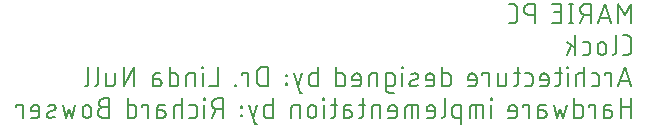
<source format=gbr>
G04 EAGLE Gerber RS-274X export*
G75*
%MOMM*%
%FSLAX34Y34*%
%LPD*%
%INSilkscreen Bottom*%
%IPPOS*%
%AMOC8*
5,1,8,0,0,1.08239X$1,22.5*%
G01*
%ADD10C,0.152400*%


D10*
X781436Y542982D02*
X781436Y559238D01*
X776017Y550207D01*
X770598Y559238D01*
X770598Y542982D01*
X764241Y542982D02*
X758823Y559238D01*
X753404Y542982D01*
X754759Y547046D02*
X762887Y547046D01*
X747094Y542982D02*
X747094Y559238D01*
X742579Y559238D01*
X742446Y559236D01*
X742314Y559230D01*
X742182Y559220D01*
X742050Y559207D01*
X741918Y559189D01*
X741788Y559168D01*
X741657Y559143D01*
X741528Y559114D01*
X741400Y559081D01*
X741272Y559045D01*
X741146Y559005D01*
X741021Y558961D01*
X740897Y558913D01*
X740775Y558862D01*
X740654Y558807D01*
X740535Y558749D01*
X740417Y558687D01*
X740302Y558622D01*
X740188Y558553D01*
X740077Y558482D01*
X739968Y558406D01*
X739861Y558328D01*
X739756Y558247D01*
X739654Y558162D01*
X739554Y558075D01*
X739457Y557985D01*
X739362Y557892D01*
X739271Y557796D01*
X739182Y557698D01*
X739096Y557597D01*
X739013Y557493D01*
X738933Y557387D01*
X738857Y557279D01*
X738783Y557169D01*
X738713Y557056D01*
X738646Y556942D01*
X738583Y556825D01*
X738523Y556707D01*
X738466Y556587D01*
X738413Y556465D01*
X738364Y556342D01*
X738318Y556218D01*
X738276Y556092D01*
X738238Y555965D01*
X738203Y555837D01*
X738172Y555708D01*
X738145Y555579D01*
X738122Y555448D01*
X738102Y555317D01*
X738087Y555185D01*
X738075Y555053D01*
X738067Y554921D01*
X738063Y554788D01*
X738063Y554656D01*
X738067Y554523D01*
X738075Y554391D01*
X738087Y554259D01*
X738102Y554127D01*
X738122Y553996D01*
X738145Y553865D01*
X738172Y553736D01*
X738203Y553607D01*
X738238Y553479D01*
X738276Y553352D01*
X738318Y553226D01*
X738364Y553102D01*
X738413Y552979D01*
X738466Y552857D01*
X738523Y552737D01*
X738583Y552619D01*
X738646Y552502D01*
X738713Y552388D01*
X738783Y552275D01*
X738857Y552165D01*
X738933Y552057D01*
X739013Y551951D01*
X739096Y551847D01*
X739182Y551746D01*
X739271Y551648D01*
X739362Y551552D01*
X739457Y551459D01*
X739554Y551369D01*
X739654Y551282D01*
X739756Y551197D01*
X739861Y551116D01*
X739968Y551038D01*
X740077Y550962D01*
X740188Y550891D01*
X740302Y550822D01*
X740417Y550757D01*
X740535Y550695D01*
X740654Y550637D01*
X740775Y550582D01*
X740897Y550531D01*
X741021Y550483D01*
X741146Y550439D01*
X741272Y550399D01*
X741400Y550363D01*
X741528Y550330D01*
X741657Y550301D01*
X741788Y550276D01*
X741918Y550255D01*
X742050Y550237D01*
X742182Y550224D01*
X742314Y550214D01*
X742446Y550208D01*
X742579Y550206D01*
X742579Y550207D02*
X747094Y550207D01*
X741676Y550207D02*
X738063Y542982D01*
X730165Y542982D02*
X730165Y559238D01*
X731972Y542982D02*
X728359Y542982D01*
X728359Y559238D02*
X731972Y559238D01*
X721625Y542982D02*
X714400Y542982D01*
X721625Y542982D02*
X721625Y559238D01*
X714400Y559238D01*
X716206Y552013D02*
X721625Y552013D01*
X699560Y559238D02*
X699560Y542982D01*
X699560Y559238D02*
X695045Y559238D01*
X694912Y559236D01*
X694780Y559230D01*
X694648Y559220D01*
X694516Y559207D01*
X694384Y559189D01*
X694254Y559168D01*
X694123Y559143D01*
X693994Y559114D01*
X693866Y559081D01*
X693738Y559045D01*
X693612Y559005D01*
X693487Y558961D01*
X693363Y558913D01*
X693241Y558862D01*
X693120Y558807D01*
X693001Y558749D01*
X692883Y558687D01*
X692768Y558622D01*
X692654Y558553D01*
X692543Y558482D01*
X692434Y558406D01*
X692327Y558328D01*
X692222Y558247D01*
X692120Y558162D01*
X692020Y558075D01*
X691923Y557985D01*
X691828Y557892D01*
X691737Y557796D01*
X691648Y557698D01*
X691562Y557597D01*
X691479Y557493D01*
X691399Y557387D01*
X691323Y557279D01*
X691249Y557169D01*
X691179Y557056D01*
X691112Y556942D01*
X691049Y556825D01*
X690989Y556707D01*
X690932Y556587D01*
X690879Y556465D01*
X690830Y556342D01*
X690784Y556218D01*
X690742Y556092D01*
X690704Y555965D01*
X690669Y555837D01*
X690638Y555708D01*
X690611Y555579D01*
X690588Y555448D01*
X690568Y555317D01*
X690553Y555185D01*
X690541Y555053D01*
X690533Y554921D01*
X690529Y554788D01*
X690529Y554656D01*
X690533Y554523D01*
X690541Y554391D01*
X690553Y554259D01*
X690568Y554127D01*
X690588Y553996D01*
X690611Y553865D01*
X690638Y553736D01*
X690669Y553607D01*
X690704Y553479D01*
X690742Y553352D01*
X690784Y553226D01*
X690830Y553102D01*
X690879Y552979D01*
X690932Y552857D01*
X690989Y552737D01*
X691049Y552619D01*
X691112Y552502D01*
X691179Y552388D01*
X691249Y552275D01*
X691323Y552165D01*
X691399Y552057D01*
X691479Y551951D01*
X691562Y551847D01*
X691648Y551746D01*
X691737Y551648D01*
X691828Y551552D01*
X691923Y551459D01*
X692020Y551369D01*
X692120Y551282D01*
X692222Y551197D01*
X692327Y551116D01*
X692434Y551038D01*
X692543Y550962D01*
X692654Y550891D01*
X692768Y550822D01*
X692883Y550757D01*
X693001Y550695D01*
X693120Y550637D01*
X693241Y550582D01*
X693363Y550531D01*
X693487Y550483D01*
X693612Y550439D01*
X693738Y550399D01*
X693866Y550363D01*
X693994Y550330D01*
X694123Y550301D01*
X694254Y550276D01*
X694384Y550255D01*
X694516Y550237D01*
X694648Y550224D01*
X694780Y550214D01*
X694912Y550208D01*
X695045Y550206D01*
X695045Y550207D02*
X699560Y550207D01*
X681088Y542982D02*
X677476Y542982D01*
X681088Y542982D02*
X681206Y542984D01*
X681324Y542990D01*
X681442Y542999D01*
X681559Y543013D01*
X681676Y543030D01*
X681793Y543051D01*
X681908Y543076D01*
X682023Y543105D01*
X682137Y543138D01*
X682249Y543174D01*
X682360Y543214D01*
X682470Y543257D01*
X682579Y543304D01*
X682686Y543354D01*
X682791Y543409D01*
X682894Y543466D01*
X682995Y543527D01*
X683095Y543591D01*
X683192Y543658D01*
X683287Y543728D01*
X683379Y543802D01*
X683470Y543878D01*
X683557Y543958D01*
X683642Y544040D01*
X683724Y544125D01*
X683804Y544212D01*
X683880Y544303D01*
X683954Y544395D01*
X684024Y544490D01*
X684091Y544587D01*
X684155Y544687D01*
X684216Y544788D01*
X684273Y544891D01*
X684328Y544996D01*
X684378Y545103D01*
X684425Y545212D01*
X684468Y545322D01*
X684508Y545433D01*
X684544Y545545D01*
X684577Y545659D01*
X684606Y545774D01*
X684631Y545889D01*
X684652Y546006D01*
X684669Y546123D01*
X684683Y546240D01*
X684692Y546358D01*
X684698Y546476D01*
X684700Y546594D01*
X684701Y546594D02*
X684701Y555626D01*
X684700Y555626D02*
X684698Y555744D01*
X684692Y555862D01*
X684683Y555980D01*
X684669Y556097D01*
X684652Y556214D01*
X684631Y556331D01*
X684606Y556446D01*
X684577Y556561D01*
X684544Y556675D01*
X684508Y556787D01*
X684468Y556898D01*
X684425Y557008D01*
X684378Y557117D01*
X684328Y557224D01*
X684273Y557329D01*
X684216Y557432D01*
X684155Y557533D01*
X684091Y557633D01*
X684024Y557730D01*
X683954Y557825D01*
X683880Y557917D01*
X683804Y558008D01*
X683724Y558095D01*
X683642Y558180D01*
X683557Y558262D01*
X683470Y558342D01*
X683379Y558418D01*
X683287Y558492D01*
X683192Y558562D01*
X683095Y558629D01*
X682995Y558693D01*
X682894Y558754D01*
X682791Y558811D01*
X682686Y558866D01*
X682579Y558916D01*
X682470Y558963D01*
X682360Y559006D01*
X682249Y559046D01*
X682137Y559082D01*
X682023Y559115D01*
X681908Y559144D01*
X681793Y559169D01*
X681676Y559190D01*
X681559Y559207D01*
X681442Y559221D01*
X681324Y559230D01*
X681206Y559236D01*
X681088Y559238D01*
X677476Y559238D01*
X774211Y516312D02*
X777823Y516312D01*
X777941Y516314D01*
X778059Y516320D01*
X778177Y516329D01*
X778294Y516343D01*
X778411Y516360D01*
X778528Y516381D01*
X778643Y516406D01*
X778758Y516435D01*
X778872Y516468D01*
X778984Y516504D01*
X779095Y516544D01*
X779205Y516587D01*
X779314Y516634D01*
X779421Y516684D01*
X779526Y516739D01*
X779629Y516796D01*
X779730Y516857D01*
X779830Y516921D01*
X779927Y516988D01*
X780022Y517058D01*
X780114Y517132D01*
X780205Y517208D01*
X780292Y517288D01*
X780377Y517370D01*
X780459Y517455D01*
X780539Y517542D01*
X780615Y517633D01*
X780689Y517725D01*
X780759Y517820D01*
X780826Y517917D01*
X780890Y518017D01*
X780951Y518118D01*
X781008Y518221D01*
X781063Y518326D01*
X781113Y518433D01*
X781160Y518542D01*
X781203Y518652D01*
X781243Y518763D01*
X781279Y518875D01*
X781312Y518989D01*
X781341Y519104D01*
X781366Y519219D01*
X781387Y519336D01*
X781404Y519453D01*
X781418Y519570D01*
X781427Y519688D01*
X781433Y519806D01*
X781435Y519924D01*
X781436Y519924D02*
X781436Y528956D01*
X781435Y528956D02*
X781433Y529074D01*
X781427Y529192D01*
X781418Y529310D01*
X781404Y529427D01*
X781387Y529544D01*
X781366Y529661D01*
X781341Y529776D01*
X781312Y529891D01*
X781279Y530005D01*
X781243Y530117D01*
X781203Y530228D01*
X781160Y530338D01*
X781113Y530447D01*
X781063Y530554D01*
X781008Y530659D01*
X780951Y530762D01*
X780890Y530863D01*
X780826Y530963D01*
X780759Y531060D01*
X780689Y531155D01*
X780615Y531247D01*
X780539Y531338D01*
X780459Y531425D01*
X780377Y531510D01*
X780292Y531592D01*
X780205Y531672D01*
X780114Y531748D01*
X780022Y531822D01*
X779927Y531892D01*
X779830Y531959D01*
X779730Y532023D01*
X779629Y532084D01*
X779526Y532141D01*
X779421Y532196D01*
X779314Y532246D01*
X779205Y532293D01*
X779095Y532336D01*
X778984Y532376D01*
X778872Y532412D01*
X778758Y532445D01*
X778643Y532474D01*
X778528Y532499D01*
X778411Y532520D01*
X778294Y532537D01*
X778177Y532551D01*
X778059Y532560D01*
X777941Y532566D01*
X777823Y532568D01*
X774211Y532568D01*
X768272Y532568D02*
X768272Y519021D01*
X768270Y518920D01*
X768264Y518819D01*
X768255Y518718D01*
X768242Y518617D01*
X768225Y518517D01*
X768204Y518418D01*
X768180Y518320D01*
X768152Y518223D01*
X768120Y518126D01*
X768085Y518031D01*
X768046Y517938D01*
X768004Y517846D01*
X767958Y517755D01*
X767909Y517667D01*
X767857Y517580D01*
X767801Y517495D01*
X767743Y517412D01*
X767681Y517332D01*
X767616Y517254D01*
X767549Y517178D01*
X767479Y517105D01*
X767406Y517035D01*
X767330Y516968D01*
X767252Y516903D01*
X767172Y516841D01*
X767089Y516783D01*
X767004Y516727D01*
X766918Y516675D01*
X766829Y516626D01*
X766738Y516580D01*
X766646Y516538D01*
X766553Y516499D01*
X766458Y516464D01*
X766361Y516432D01*
X766264Y516404D01*
X766166Y516380D01*
X766067Y516359D01*
X765967Y516342D01*
X765866Y516329D01*
X765765Y516320D01*
X765664Y516314D01*
X765563Y516312D01*
X760172Y519924D02*
X760172Y523537D01*
X760170Y523656D01*
X760164Y523776D01*
X760154Y523895D01*
X760140Y524013D01*
X760123Y524132D01*
X760101Y524249D01*
X760076Y524366D01*
X760046Y524481D01*
X760013Y524596D01*
X759976Y524710D01*
X759936Y524822D01*
X759891Y524933D01*
X759843Y525042D01*
X759792Y525150D01*
X759737Y525256D01*
X759678Y525360D01*
X759616Y525462D01*
X759551Y525562D01*
X759482Y525660D01*
X759410Y525756D01*
X759335Y525849D01*
X759258Y525939D01*
X759177Y526027D01*
X759093Y526112D01*
X759006Y526194D01*
X758917Y526274D01*
X758825Y526350D01*
X758731Y526424D01*
X758634Y526494D01*
X758536Y526561D01*
X758435Y526625D01*
X758331Y526685D01*
X758226Y526742D01*
X758119Y526795D01*
X758011Y526845D01*
X757901Y526891D01*
X757789Y526933D01*
X757676Y526972D01*
X757562Y527007D01*
X757447Y527038D01*
X757330Y527066D01*
X757213Y527089D01*
X757096Y527109D01*
X756977Y527125D01*
X756858Y527137D01*
X756739Y527145D01*
X756620Y527149D01*
X756500Y527149D01*
X756381Y527145D01*
X756262Y527137D01*
X756143Y527125D01*
X756024Y527109D01*
X755907Y527089D01*
X755790Y527066D01*
X755673Y527038D01*
X755558Y527007D01*
X755444Y526972D01*
X755331Y526933D01*
X755219Y526891D01*
X755109Y526845D01*
X755001Y526795D01*
X754894Y526742D01*
X754789Y526685D01*
X754685Y526625D01*
X754584Y526561D01*
X754486Y526494D01*
X754389Y526424D01*
X754295Y526350D01*
X754203Y526274D01*
X754114Y526194D01*
X754027Y526112D01*
X753943Y526027D01*
X753862Y525939D01*
X753785Y525849D01*
X753710Y525756D01*
X753638Y525660D01*
X753569Y525562D01*
X753504Y525462D01*
X753442Y525360D01*
X753383Y525256D01*
X753328Y525150D01*
X753277Y525042D01*
X753229Y524933D01*
X753184Y524822D01*
X753144Y524710D01*
X753107Y524596D01*
X753074Y524481D01*
X753044Y524366D01*
X753019Y524249D01*
X752997Y524132D01*
X752980Y524013D01*
X752966Y523895D01*
X752956Y523776D01*
X752950Y523656D01*
X752948Y523537D01*
X752948Y519924D01*
X752950Y519805D01*
X752956Y519685D01*
X752966Y519566D01*
X752980Y519448D01*
X752997Y519329D01*
X753019Y519212D01*
X753044Y519095D01*
X753074Y518980D01*
X753107Y518865D01*
X753144Y518751D01*
X753184Y518639D01*
X753229Y518528D01*
X753277Y518419D01*
X753328Y518311D01*
X753383Y518205D01*
X753442Y518101D01*
X753504Y517999D01*
X753569Y517899D01*
X753638Y517801D01*
X753710Y517705D01*
X753785Y517612D01*
X753862Y517522D01*
X753943Y517434D01*
X754027Y517349D01*
X754114Y517267D01*
X754203Y517187D01*
X754295Y517111D01*
X754389Y517037D01*
X754486Y516967D01*
X754584Y516900D01*
X754685Y516836D01*
X754789Y516776D01*
X754894Y516719D01*
X755001Y516666D01*
X755109Y516616D01*
X755219Y516570D01*
X755331Y516528D01*
X755444Y516489D01*
X755558Y516454D01*
X755673Y516423D01*
X755790Y516395D01*
X755907Y516372D01*
X756024Y516352D01*
X756143Y516336D01*
X756262Y516324D01*
X756381Y516316D01*
X756500Y516312D01*
X756620Y516312D01*
X756739Y516316D01*
X756858Y516324D01*
X756977Y516336D01*
X757096Y516352D01*
X757213Y516372D01*
X757330Y516395D01*
X757447Y516423D01*
X757562Y516454D01*
X757676Y516489D01*
X757789Y516528D01*
X757901Y516570D01*
X758011Y516616D01*
X758119Y516666D01*
X758226Y516719D01*
X758331Y516776D01*
X758435Y516836D01*
X758536Y516900D01*
X758634Y516967D01*
X758731Y517037D01*
X758825Y517111D01*
X758917Y517187D01*
X759006Y517267D01*
X759093Y517349D01*
X759177Y517434D01*
X759258Y517522D01*
X759335Y517612D01*
X759410Y517705D01*
X759482Y517801D01*
X759551Y517899D01*
X759616Y517999D01*
X759678Y518101D01*
X759737Y518205D01*
X759792Y518311D01*
X759843Y518419D01*
X759891Y518528D01*
X759936Y518639D01*
X759976Y518751D01*
X760013Y518865D01*
X760046Y518980D01*
X760076Y519095D01*
X760101Y519212D01*
X760123Y519329D01*
X760140Y519448D01*
X760154Y519566D01*
X760164Y519685D01*
X760170Y519805D01*
X760172Y519924D01*
X743898Y516312D02*
X740286Y516312D01*
X743898Y516312D02*
X743999Y516314D01*
X744100Y516320D01*
X744201Y516329D01*
X744302Y516342D01*
X744402Y516359D01*
X744501Y516380D01*
X744599Y516404D01*
X744696Y516432D01*
X744793Y516464D01*
X744888Y516499D01*
X744981Y516538D01*
X745073Y516580D01*
X745164Y516626D01*
X745253Y516675D01*
X745339Y516727D01*
X745424Y516783D01*
X745507Y516841D01*
X745587Y516903D01*
X745665Y516968D01*
X745741Y517035D01*
X745814Y517105D01*
X745884Y517178D01*
X745951Y517254D01*
X746016Y517332D01*
X746078Y517412D01*
X746136Y517495D01*
X746192Y517580D01*
X746244Y517667D01*
X746293Y517755D01*
X746339Y517846D01*
X746381Y517938D01*
X746420Y518031D01*
X746455Y518126D01*
X746487Y518223D01*
X746515Y518320D01*
X746539Y518418D01*
X746560Y518517D01*
X746577Y518617D01*
X746590Y518718D01*
X746599Y518819D01*
X746605Y518920D01*
X746607Y519021D01*
X746608Y519021D02*
X746608Y524440D01*
X746607Y524440D02*
X746605Y524541D01*
X746599Y524642D01*
X746590Y524743D01*
X746577Y524844D01*
X746560Y524944D01*
X746539Y525043D01*
X746515Y525141D01*
X746487Y525238D01*
X746455Y525335D01*
X746420Y525430D01*
X746381Y525523D01*
X746339Y525615D01*
X746293Y525706D01*
X746244Y525795D01*
X746192Y525881D01*
X746136Y525966D01*
X746078Y526049D01*
X746016Y526129D01*
X745951Y526207D01*
X745884Y526283D01*
X745814Y526356D01*
X745741Y526426D01*
X745665Y526493D01*
X745587Y526558D01*
X745507Y526620D01*
X745424Y526678D01*
X745339Y526734D01*
X745253Y526786D01*
X745164Y526835D01*
X745073Y526881D01*
X744981Y526923D01*
X744888Y526962D01*
X744793Y526997D01*
X744696Y527029D01*
X744599Y527057D01*
X744501Y527081D01*
X744402Y527102D01*
X744302Y527119D01*
X744201Y527132D01*
X744100Y527141D01*
X743999Y527147D01*
X743898Y527149D01*
X740286Y527149D01*
X733952Y532568D02*
X733952Y516312D01*
X733952Y521731D02*
X726727Y527149D01*
X730791Y523988D02*
X726727Y516312D01*
X776017Y505898D02*
X781436Y489642D01*
X770598Y489642D02*
X776017Y505898D01*
X771953Y493706D02*
X780081Y493706D01*
X764434Y489642D02*
X764434Y500479D01*
X759016Y500479D01*
X759016Y498673D01*
X751372Y489642D02*
X747759Y489642D01*
X751372Y489642D02*
X751473Y489644D01*
X751574Y489650D01*
X751675Y489659D01*
X751776Y489672D01*
X751876Y489689D01*
X751975Y489710D01*
X752073Y489734D01*
X752170Y489762D01*
X752267Y489794D01*
X752362Y489829D01*
X752455Y489868D01*
X752547Y489910D01*
X752638Y489956D01*
X752727Y490005D01*
X752813Y490057D01*
X752898Y490113D01*
X752981Y490171D01*
X753061Y490233D01*
X753139Y490298D01*
X753215Y490365D01*
X753288Y490435D01*
X753358Y490508D01*
X753425Y490584D01*
X753490Y490662D01*
X753552Y490742D01*
X753610Y490825D01*
X753666Y490910D01*
X753718Y490997D01*
X753767Y491085D01*
X753813Y491176D01*
X753855Y491268D01*
X753894Y491361D01*
X753929Y491456D01*
X753961Y491553D01*
X753989Y491650D01*
X754013Y491748D01*
X754034Y491847D01*
X754051Y491947D01*
X754064Y492048D01*
X754073Y492149D01*
X754079Y492250D01*
X754081Y492351D01*
X754081Y497770D01*
X754079Y497871D01*
X754073Y497972D01*
X754064Y498073D01*
X754051Y498174D01*
X754034Y498274D01*
X754013Y498373D01*
X753989Y498471D01*
X753961Y498568D01*
X753929Y498665D01*
X753894Y498760D01*
X753855Y498853D01*
X753813Y498945D01*
X753767Y499036D01*
X753718Y499125D01*
X753666Y499211D01*
X753610Y499296D01*
X753552Y499379D01*
X753490Y499459D01*
X753425Y499537D01*
X753358Y499613D01*
X753288Y499686D01*
X753215Y499756D01*
X753139Y499823D01*
X753061Y499888D01*
X752981Y499950D01*
X752898Y500008D01*
X752813Y500064D01*
X752727Y500116D01*
X752638Y500165D01*
X752547Y500211D01*
X752455Y500253D01*
X752362Y500292D01*
X752267Y500327D01*
X752170Y500359D01*
X752073Y500387D01*
X751975Y500411D01*
X751876Y500432D01*
X751776Y500449D01*
X751675Y500462D01*
X751574Y500471D01*
X751473Y500477D01*
X751372Y500479D01*
X747759Y500479D01*
X741593Y505898D02*
X741593Y489642D01*
X741593Y500479D02*
X737078Y500479D01*
X736974Y500477D01*
X736871Y500471D01*
X736767Y500461D01*
X736664Y500447D01*
X736562Y500429D01*
X736461Y500408D01*
X736360Y500382D01*
X736261Y500353D01*
X736162Y500320D01*
X736065Y500283D01*
X735970Y500242D01*
X735876Y500198D01*
X735784Y500150D01*
X735694Y500099D01*
X735605Y500044D01*
X735519Y499986D01*
X735436Y499924D01*
X735354Y499860D01*
X735276Y499792D01*
X735200Y499722D01*
X735126Y499649D01*
X735056Y499572D01*
X734988Y499494D01*
X734924Y499412D01*
X734862Y499329D01*
X734804Y499243D01*
X734749Y499154D01*
X734698Y499064D01*
X734650Y498972D01*
X734606Y498878D01*
X734565Y498783D01*
X734528Y498686D01*
X734495Y498587D01*
X734466Y498488D01*
X734440Y498387D01*
X734419Y498286D01*
X734401Y498184D01*
X734387Y498081D01*
X734377Y497977D01*
X734371Y497874D01*
X734369Y497770D01*
X734369Y489642D01*
X727560Y489642D02*
X727560Y500479D01*
X728012Y504995D02*
X728012Y505898D01*
X727109Y505898D01*
X727109Y504995D01*
X728012Y504995D01*
X722570Y500479D02*
X717151Y500479D01*
X720764Y505898D02*
X720764Y492351D01*
X720762Y492250D01*
X720756Y492149D01*
X720747Y492048D01*
X720734Y491947D01*
X720717Y491847D01*
X720696Y491748D01*
X720672Y491650D01*
X720644Y491553D01*
X720612Y491456D01*
X720577Y491361D01*
X720538Y491268D01*
X720496Y491176D01*
X720450Y491085D01*
X720401Y490997D01*
X720349Y490910D01*
X720293Y490825D01*
X720235Y490742D01*
X720173Y490662D01*
X720108Y490584D01*
X720041Y490508D01*
X719971Y490435D01*
X719898Y490365D01*
X719822Y490298D01*
X719744Y490233D01*
X719664Y490171D01*
X719581Y490113D01*
X719496Y490057D01*
X719410Y490005D01*
X719321Y489956D01*
X719230Y489910D01*
X719138Y489868D01*
X719045Y489829D01*
X718950Y489794D01*
X718853Y489762D01*
X718756Y489734D01*
X718658Y489710D01*
X718559Y489689D01*
X718459Y489672D01*
X718358Y489659D01*
X718257Y489650D01*
X718156Y489644D01*
X718055Y489642D01*
X717151Y489642D01*
X708664Y489642D02*
X704148Y489642D01*
X708664Y489642D02*
X708765Y489644D01*
X708866Y489650D01*
X708967Y489659D01*
X709068Y489672D01*
X709168Y489689D01*
X709267Y489710D01*
X709365Y489734D01*
X709462Y489762D01*
X709559Y489794D01*
X709654Y489829D01*
X709747Y489868D01*
X709839Y489910D01*
X709930Y489956D01*
X710019Y490005D01*
X710105Y490057D01*
X710190Y490113D01*
X710273Y490171D01*
X710353Y490233D01*
X710431Y490298D01*
X710507Y490365D01*
X710580Y490435D01*
X710650Y490508D01*
X710717Y490584D01*
X710782Y490662D01*
X710844Y490742D01*
X710902Y490825D01*
X710958Y490910D01*
X711010Y490997D01*
X711059Y491085D01*
X711105Y491176D01*
X711147Y491268D01*
X711186Y491361D01*
X711221Y491456D01*
X711253Y491553D01*
X711281Y491650D01*
X711305Y491748D01*
X711326Y491847D01*
X711343Y491947D01*
X711356Y492048D01*
X711365Y492149D01*
X711371Y492250D01*
X711373Y492351D01*
X711373Y496867D01*
X711371Y496986D01*
X711365Y497106D01*
X711355Y497225D01*
X711341Y497343D01*
X711324Y497462D01*
X711302Y497579D01*
X711277Y497696D01*
X711247Y497811D01*
X711214Y497926D01*
X711177Y498040D01*
X711137Y498152D01*
X711092Y498263D01*
X711044Y498372D01*
X710993Y498480D01*
X710938Y498586D01*
X710879Y498690D01*
X710817Y498792D01*
X710752Y498892D01*
X710683Y498990D01*
X710611Y499086D01*
X710536Y499179D01*
X710459Y499269D01*
X710378Y499357D01*
X710294Y499442D01*
X710207Y499524D01*
X710118Y499604D01*
X710026Y499680D01*
X709932Y499754D01*
X709835Y499824D01*
X709737Y499891D01*
X709636Y499955D01*
X709532Y500015D01*
X709427Y500072D01*
X709320Y500125D01*
X709212Y500175D01*
X709102Y500221D01*
X708990Y500263D01*
X708877Y500302D01*
X708763Y500337D01*
X708648Y500368D01*
X708531Y500396D01*
X708414Y500419D01*
X708297Y500439D01*
X708178Y500455D01*
X708059Y500467D01*
X707940Y500475D01*
X707821Y500479D01*
X707701Y500479D01*
X707582Y500475D01*
X707463Y500467D01*
X707344Y500455D01*
X707225Y500439D01*
X707108Y500419D01*
X706991Y500396D01*
X706874Y500368D01*
X706759Y500337D01*
X706645Y500302D01*
X706532Y500263D01*
X706420Y500221D01*
X706310Y500175D01*
X706202Y500125D01*
X706095Y500072D01*
X705990Y500015D01*
X705886Y499955D01*
X705785Y499891D01*
X705687Y499824D01*
X705590Y499754D01*
X705496Y499680D01*
X705404Y499604D01*
X705315Y499524D01*
X705228Y499442D01*
X705144Y499357D01*
X705063Y499269D01*
X704986Y499179D01*
X704911Y499086D01*
X704839Y498990D01*
X704770Y498892D01*
X704705Y498792D01*
X704643Y498690D01*
X704584Y498586D01*
X704529Y498480D01*
X704478Y498372D01*
X704430Y498263D01*
X704385Y498152D01*
X704345Y498040D01*
X704308Y497926D01*
X704275Y497811D01*
X704245Y497696D01*
X704220Y497579D01*
X704198Y497462D01*
X704181Y497343D01*
X704167Y497225D01*
X704157Y497106D01*
X704151Y496986D01*
X704149Y496867D01*
X704148Y496867D02*
X704148Y495061D01*
X711373Y495061D01*
X695099Y489642D02*
X691487Y489642D01*
X695099Y489642D02*
X695200Y489644D01*
X695301Y489650D01*
X695402Y489659D01*
X695503Y489672D01*
X695603Y489689D01*
X695702Y489710D01*
X695800Y489734D01*
X695897Y489762D01*
X695994Y489794D01*
X696089Y489829D01*
X696182Y489868D01*
X696274Y489910D01*
X696365Y489956D01*
X696454Y490005D01*
X696540Y490057D01*
X696625Y490113D01*
X696708Y490171D01*
X696788Y490233D01*
X696866Y490298D01*
X696942Y490365D01*
X697015Y490435D01*
X697085Y490508D01*
X697152Y490584D01*
X697217Y490662D01*
X697279Y490742D01*
X697337Y490825D01*
X697393Y490910D01*
X697445Y490997D01*
X697494Y491085D01*
X697540Y491176D01*
X697582Y491268D01*
X697621Y491361D01*
X697656Y491456D01*
X697688Y491553D01*
X697716Y491650D01*
X697740Y491748D01*
X697761Y491847D01*
X697778Y491947D01*
X697791Y492048D01*
X697800Y492149D01*
X697806Y492250D01*
X697808Y492351D01*
X697808Y497770D01*
X697806Y497871D01*
X697800Y497972D01*
X697791Y498073D01*
X697778Y498174D01*
X697761Y498274D01*
X697740Y498373D01*
X697716Y498471D01*
X697688Y498568D01*
X697656Y498665D01*
X697621Y498760D01*
X697582Y498853D01*
X697540Y498945D01*
X697494Y499036D01*
X697445Y499125D01*
X697393Y499211D01*
X697337Y499296D01*
X697279Y499379D01*
X697217Y499459D01*
X697152Y499537D01*
X697085Y499613D01*
X697015Y499686D01*
X696942Y499756D01*
X696866Y499823D01*
X696788Y499888D01*
X696708Y499950D01*
X696625Y500008D01*
X696540Y500064D01*
X696454Y500116D01*
X696365Y500165D01*
X696274Y500211D01*
X696182Y500253D01*
X696089Y500292D01*
X695994Y500327D01*
X695897Y500359D01*
X695800Y500387D01*
X695702Y500411D01*
X695603Y500432D01*
X695503Y500449D01*
X695402Y500462D01*
X695301Y500471D01*
X695200Y500477D01*
X695099Y500479D01*
X691487Y500479D01*
X687139Y500479D02*
X681721Y500479D01*
X685333Y505898D02*
X685333Y492351D01*
X685331Y492250D01*
X685325Y492149D01*
X685316Y492048D01*
X685303Y491947D01*
X685286Y491847D01*
X685265Y491748D01*
X685241Y491650D01*
X685213Y491553D01*
X685181Y491456D01*
X685146Y491361D01*
X685107Y491268D01*
X685065Y491176D01*
X685019Y491085D01*
X684970Y490997D01*
X684918Y490910D01*
X684862Y490825D01*
X684804Y490742D01*
X684742Y490662D01*
X684677Y490584D01*
X684610Y490508D01*
X684540Y490435D01*
X684467Y490365D01*
X684391Y490298D01*
X684313Y490233D01*
X684233Y490171D01*
X684150Y490113D01*
X684065Y490057D01*
X683979Y490005D01*
X683890Y489956D01*
X683799Y489910D01*
X683707Y489868D01*
X683614Y489829D01*
X683519Y489794D01*
X683422Y489762D01*
X683325Y489734D01*
X683227Y489710D01*
X683128Y489689D01*
X683028Y489672D01*
X682927Y489659D01*
X682826Y489650D01*
X682725Y489644D01*
X682624Y489642D01*
X681721Y489642D01*
X675421Y492351D02*
X675421Y500479D01*
X675421Y492351D02*
X675419Y492250D01*
X675413Y492149D01*
X675404Y492048D01*
X675391Y491947D01*
X675374Y491847D01*
X675353Y491748D01*
X675329Y491650D01*
X675301Y491553D01*
X675269Y491456D01*
X675234Y491361D01*
X675195Y491268D01*
X675153Y491176D01*
X675107Y491085D01*
X675058Y490997D01*
X675006Y490910D01*
X674950Y490825D01*
X674892Y490742D01*
X674830Y490662D01*
X674765Y490584D01*
X674698Y490508D01*
X674628Y490435D01*
X674555Y490365D01*
X674479Y490298D01*
X674401Y490233D01*
X674321Y490171D01*
X674238Y490113D01*
X674153Y490057D01*
X674067Y490005D01*
X673978Y489956D01*
X673887Y489910D01*
X673795Y489868D01*
X673702Y489829D01*
X673607Y489794D01*
X673510Y489762D01*
X673413Y489734D01*
X673315Y489710D01*
X673216Y489689D01*
X673116Y489672D01*
X673015Y489659D01*
X672914Y489650D01*
X672813Y489644D01*
X672712Y489642D01*
X668196Y489642D01*
X668196Y500479D01*
X660747Y500479D02*
X660747Y489642D01*
X660747Y500479D02*
X655329Y500479D01*
X655329Y498673D01*
X647702Y489642D02*
X643186Y489642D01*
X647702Y489642D02*
X647803Y489644D01*
X647904Y489650D01*
X648005Y489659D01*
X648106Y489672D01*
X648206Y489689D01*
X648305Y489710D01*
X648403Y489734D01*
X648500Y489762D01*
X648597Y489794D01*
X648692Y489829D01*
X648785Y489868D01*
X648877Y489910D01*
X648968Y489956D01*
X649057Y490005D01*
X649143Y490057D01*
X649228Y490113D01*
X649311Y490171D01*
X649391Y490233D01*
X649469Y490298D01*
X649545Y490365D01*
X649618Y490435D01*
X649688Y490508D01*
X649755Y490584D01*
X649820Y490662D01*
X649882Y490742D01*
X649940Y490825D01*
X649996Y490910D01*
X650048Y490997D01*
X650097Y491085D01*
X650143Y491176D01*
X650185Y491268D01*
X650224Y491361D01*
X650259Y491456D01*
X650291Y491553D01*
X650319Y491650D01*
X650343Y491748D01*
X650364Y491847D01*
X650381Y491947D01*
X650394Y492048D01*
X650403Y492149D01*
X650409Y492250D01*
X650411Y492351D01*
X650411Y496867D01*
X650409Y496986D01*
X650403Y497106D01*
X650393Y497225D01*
X650379Y497343D01*
X650362Y497462D01*
X650340Y497579D01*
X650315Y497696D01*
X650285Y497811D01*
X650252Y497926D01*
X650215Y498040D01*
X650175Y498152D01*
X650130Y498263D01*
X650082Y498372D01*
X650031Y498480D01*
X649976Y498586D01*
X649917Y498690D01*
X649855Y498792D01*
X649790Y498892D01*
X649721Y498990D01*
X649649Y499086D01*
X649574Y499179D01*
X649497Y499269D01*
X649416Y499357D01*
X649332Y499442D01*
X649245Y499524D01*
X649156Y499604D01*
X649064Y499680D01*
X648970Y499754D01*
X648873Y499824D01*
X648775Y499891D01*
X648674Y499955D01*
X648570Y500015D01*
X648465Y500072D01*
X648358Y500125D01*
X648250Y500175D01*
X648140Y500221D01*
X648028Y500263D01*
X647915Y500302D01*
X647801Y500337D01*
X647686Y500368D01*
X647569Y500396D01*
X647452Y500419D01*
X647335Y500439D01*
X647216Y500455D01*
X647097Y500467D01*
X646978Y500475D01*
X646859Y500479D01*
X646739Y500479D01*
X646620Y500475D01*
X646501Y500467D01*
X646382Y500455D01*
X646263Y500439D01*
X646146Y500419D01*
X646029Y500396D01*
X645912Y500368D01*
X645797Y500337D01*
X645683Y500302D01*
X645570Y500263D01*
X645458Y500221D01*
X645348Y500175D01*
X645240Y500125D01*
X645133Y500072D01*
X645028Y500015D01*
X644924Y499955D01*
X644823Y499891D01*
X644725Y499824D01*
X644628Y499754D01*
X644534Y499680D01*
X644442Y499604D01*
X644353Y499524D01*
X644266Y499442D01*
X644182Y499357D01*
X644101Y499269D01*
X644024Y499179D01*
X643949Y499086D01*
X643877Y498990D01*
X643808Y498892D01*
X643743Y498792D01*
X643681Y498690D01*
X643622Y498586D01*
X643567Y498480D01*
X643516Y498372D01*
X643468Y498263D01*
X643423Y498152D01*
X643383Y498040D01*
X643346Y497926D01*
X643313Y497811D01*
X643283Y497696D01*
X643258Y497579D01*
X643236Y497462D01*
X643219Y497343D01*
X643205Y497225D01*
X643195Y497106D01*
X643189Y496986D01*
X643187Y496867D01*
X643186Y496867D02*
X643186Y495061D01*
X650411Y495061D01*
X621376Y489642D02*
X621376Y505898D01*
X621376Y489642D02*
X625892Y489642D01*
X625993Y489644D01*
X626094Y489650D01*
X626195Y489659D01*
X626296Y489672D01*
X626396Y489689D01*
X626495Y489710D01*
X626593Y489734D01*
X626690Y489762D01*
X626787Y489794D01*
X626882Y489829D01*
X626975Y489868D01*
X627067Y489910D01*
X627158Y489956D01*
X627247Y490005D01*
X627333Y490057D01*
X627418Y490113D01*
X627501Y490171D01*
X627581Y490233D01*
X627659Y490298D01*
X627735Y490365D01*
X627808Y490435D01*
X627878Y490508D01*
X627945Y490584D01*
X628010Y490662D01*
X628072Y490742D01*
X628130Y490825D01*
X628186Y490910D01*
X628238Y490997D01*
X628287Y491085D01*
X628333Y491176D01*
X628375Y491268D01*
X628414Y491361D01*
X628449Y491456D01*
X628481Y491553D01*
X628509Y491650D01*
X628533Y491748D01*
X628554Y491847D01*
X628571Y491947D01*
X628584Y492048D01*
X628593Y492149D01*
X628599Y492250D01*
X628601Y492351D01*
X628601Y497770D01*
X628599Y497871D01*
X628593Y497972D01*
X628584Y498073D01*
X628571Y498174D01*
X628554Y498274D01*
X628533Y498373D01*
X628509Y498471D01*
X628481Y498568D01*
X628449Y498665D01*
X628414Y498760D01*
X628375Y498853D01*
X628333Y498945D01*
X628287Y499036D01*
X628238Y499125D01*
X628186Y499211D01*
X628130Y499296D01*
X628072Y499379D01*
X628010Y499459D01*
X627945Y499537D01*
X627878Y499613D01*
X627808Y499686D01*
X627735Y499756D01*
X627659Y499823D01*
X627581Y499888D01*
X627501Y499950D01*
X627418Y500008D01*
X627333Y500064D01*
X627247Y500116D01*
X627158Y500165D01*
X627067Y500211D01*
X626975Y500253D01*
X626882Y500292D01*
X626787Y500327D01*
X626690Y500359D01*
X626593Y500387D01*
X626495Y500411D01*
X626396Y500432D01*
X626296Y500449D01*
X626195Y500462D01*
X626094Y500471D01*
X625993Y500477D01*
X625892Y500479D01*
X621376Y500479D01*
X611750Y489642D02*
X607235Y489642D01*
X611750Y489642D02*
X611851Y489644D01*
X611952Y489650D01*
X612053Y489659D01*
X612154Y489672D01*
X612254Y489689D01*
X612353Y489710D01*
X612451Y489734D01*
X612548Y489762D01*
X612645Y489794D01*
X612740Y489829D01*
X612833Y489868D01*
X612925Y489910D01*
X613016Y489956D01*
X613105Y490005D01*
X613191Y490057D01*
X613276Y490113D01*
X613359Y490171D01*
X613439Y490233D01*
X613517Y490298D01*
X613593Y490365D01*
X613666Y490435D01*
X613736Y490508D01*
X613803Y490584D01*
X613868Y490662D01*
X613930Y490742D01*
X613988Y490825D01*
X614044Y490910D01*
X614096Y490997D01*
X614145Y491085D01*
X614191Y491176D01*
X614233Y491268D01*
X614272Y491361D01*
X614307Y491456D01*
X614339Y491553D01*
X614367Y491650D01*
X614391Y491748D01*
X614412Y491847D01*
X614429Y491947D01*
X614442Y492048D01*
X614451Y492149D01*
X614457Y492250D01*
X614459Y492351D01*
X614460Y492351D02*
X614460Y496867D01*
X614459Y496867D02*
X614457Y496986D01*
X614451Y497106D01*
X614441Y497225D01*
X614427Y497343D01*
X614410Y497462D01*
X614388Y497579D01*
X614363Y497696D01*
X614333Y497811D01*
X614300Y497926D01*
X614263Y498040D01*
X614223Y498152D01*
X614178Y498263D01*
X614130Y498372D01*
X614079Y498480D01*
X614024Y498586D01*
X613965Y498690D01*
X613903Y498792D01*
X613838Y498892D01*
X613769Y498990D01*
X613697Y499086D01*
X613622Y499179D01*
X613545Y499269D01*
X613464Y499357D01*
X613380Y499442D01*
X613293Y499524D01*
X613204Y499604D01*
X613112Y499680D01*
X613018Y499754D01*
X612921Y499824D01*
X612823Y499891D01*
X612722Y499955D01*
X612618Y500015D01*
X612513Y500072D01*
X612406Y500125D01*
X612298Y500175D01*
X612188Y500221D01*
X612076Y500263D01*
X611963Y500302D01*
X611849Y500337D01*
X611734Y500368D01*
X611617Y500396D01*
X611500Y500419D01*
X611383Y500439D01*
X611264Y500455D01*
X611145Y500467D01*
X611026Y500475D01*
X610907Y500479D01*
X610787Y500479D01*
X610668Y500475D01*
X610549Y500467D01*
X610430Y500455D01*
X610311Y500439D01*
X610194Y500419D01*
X610077Y500396D01*
X609960Y500368D01*
X609845Y500337D01*
X609731Y500302D01*
X609618Y500263D01*
X609506Y500221D01*
X609396Y500175D01*
X609288Y500125D01*
X609181Y500072D01*
X609076Y500015D01*
X608972Y499955D01*
X608871Y499891D01*
X608773Y499824D01*
X608676Y499754D01*
X608582Y499680D01*
X608490Y499604D01*
X608401Y499524D01*
X608314Y499442D01*
X608230Y499357D01*
X608149Y499269D01*
X608072Y499179D01*
X607997Y499086D01*
X607925Y498990D01*
X607856Y498892D01*
X607791Y498792D01*
X607729Y498690D01*
X607670Y498586D01*
X607615Y498480D01*
X607564Y498372D01*
X607516Y498263D01*
X607471Y498152D01*
X607431Y498040D01*
X607394Y497926D01*
X607361Y497811D01*
X607331Y497696D01*
X607306Y497579D01*
X607284Y497462D01*
X607267Y497343D01*
X607253Y497225D01*
X607243Y497106D01*
X607237Y496986D01*
X607235Y496867D01*
X607235Y495061D01*
X614460Y495061D01*
X599558Y495964D02*
X595042Y494158D01*
X599558Y495964D02*
X599646Y496001D01*
X599732Y496042D01*
X599817Y496086D01*
X599900Y496134D01*
X599980Y496185D01*
X600059Y496239D01*
X600135Y496297D01*
X600209Y496357D01*
X600281Y496421D01*
X600349Y496487D01*
X600415Y496557D01*
X600478Y496628D01*
X600539Y496703D01*
X600596Y496779D01*
X600649Y496858D01*
X600700Y496939D01*
X600747Y497022D01*
X600791Y497107D01*
X600831Y497194D01*
X600868Y497282D01*
X600901Y497372D01*
X600931Y497463D01*
X600956Y497555D01*
X600978Y497648D01*
X600996Y497742D01*
X601011Y497836D01*
X601021Y497931D01*
X601027Y498027D01*
X601030Y498122D01*
X601029Y498218D01*
X601023Y498313D01*
X601014Y498409D01*
X601001Y498503D01*
X600985Y498597D01*
X600964Y498691D01*
X600939Y498783D01*
X600911Y498874D01*
X600879Y498964D01*
X600844Y499053D01*
X600805Y499140D01*
X600762Y499226D01*
X600716Y499310D01*
X600666Y499391D01*
X600614Y499471D01*
X600558Y499549D01*
X600498Y499624D01*
X600436Y499696D01*
X600371Y499766D01*
X600303Y499834D01*
X600233Y499898D01*
X600160Y499960D01*
X600084Y500018D01*
X600006Y500074D01*
X599926Y500126D01*
X599844Y500175D01*
X599760Y500220D01*
X599674Y500262D01*
X599587Y500301D01*
X599498Y500336D01*
X599407Y500367D01*
X599316Y500394D01*
X599223Y500418D01*
X599130Y500438D01*
X599036Y500454D01*
X598941Y500466D01*
X598846Y500475D01*
X598750Y500479D01*
X598655Y500480D01*
X598408Y500473D01*
X598162Y500461D01*
X597916Y500443D01*
X597670Y500418D01*
X597426Y500388D01*
X597182Y500352D01*
X596939Y500311D01*
X596697Y500263D01*
X596456Y500209D01*
X596217Y500150D01*
X595979Y500085D01*
X595743Y500014D01*
X595508Y499938D01*
X595275Y499856D01*
X595045Y499768D01*
X594817Y499675D01*
X594590Y499577D01*
X595042Y494157D02*
X594954Y494120D01*
X594868Y494079D01*
X594783Y494035D01*
X594700Y493987D01*
X594620Y493936D01*
X594541Y493882D01*
X594465Y493824D01*
X594391Y493764D01*
X594319Y493700D01*
X594251Y493634D01*
X594185Y493564D01*
X594122Y493493D01*
X594061Y493418D01*
X594004Y493342D01*
X593951Y493263D01*
X593900Y493182D01*
X593853Y493099D01*
X593809Y493014D01*
X593769Y492927D01*
X593732Y492839D01*
X593699Y492749D01*
X593669Y492658D01*
X593644Y492566D01*
X593622Y492473D01*
X593604Y492379D01*
X593589Y492285D01*
X593579Y492190D01*
X593573Y492094D01*
X593570Y491999D01*
X593571Y491903D01*
X593577Y491808D01*
X593586Y491712D01*
X593599Y491618D01*
X593615Y491524D01*
X593636Y491430D01*
X593661Y491338D01*
X593689Y491247D01*
X593721Y491157D01*
X593756Y491068D01*
X593795Y490981D01*
X593838Y490895D01*
X593884Y490811D01*
X593934Y490730D01*
X593986Y490650D01*
X594042Y490572D01*
X594102Y490497D01*
X594164Y490425D01*
X594229Y490355D01*
X594297Y490287D01*
X594367Y490223D01*
X594440Y490161D01*
X594516Y490103D01*
X594594Y490047D01*
X594674Y489995D01*
X594756Y489946D01*
X594840Y489901D01*
X594926Y489859D01*
X595013Y489820D01*
X595102Y489785D01*
X595193Y489754D01*
X595284Y489727D01*
X595377Y489703D01*
X595470Y489683D01*
X595564Y489667D01*
X595659Y489655D01*
X595754Y489646D01*
X595850Y489642D01*
X595945Y489641D01*
X595946Y489642D02*
X596308Y489651D01*
X596670Y489669D01*
X597031Y489696D01*
X597391Y489731D01*
X597751Y489774D01*
X598110Y489826D01*
X598467Y489887D01*
X598822Y489956D01*
X599176Y490033D01*
X599528Y490119D01*
X599878Y490213D01*
X600226Y490316D01*
X600571Y490426D01*
X600913Y490545D01*
X587400Y489642D02*
X587400Y500479D01*
X587852Y504995D02*
X587852Y505898D01*
X586949Y505898D01*
X586949Y504995D01*
X587852Y504995D01*
X578477Y489642D02*
X573961Y489642D01*
X578477Y489642D02*
X578578Y489644D01*
X578679Y489650D01*
X578780Y489659D01*
X578881Y489672D01*
X578981Y489689D01*
X579080Y489710D01*
X579178Y489734D01*
X579275Y489762D01*
X579372Y489794D01*
X579467Y489829D01*
X579560Y489868D01*
X579652Y489910D01*
X579743Y489956D01*
X579832Y490005D01*
X579918Y490057D01*
X580003Y490113D01*
X580086Y490171D01*
X580166Y490233D01*
X580244Y490298D01*
X580320Y490365D01*
X580393Y490435D01*
X580463Y490508D01*
X580530Y490584D01*
X580595Y490662D01*
X580657Y490742D01*
X580715Y490825D01*
X580771Y490910D01*
X580823Y490997D01*
X580872Y491085D01*
X580918Y491176D01*
X580960Y491268D01*
X580999Y491361D01*
X581034Y491456D01*
X581066Y491553D01*
X581094Y491650D01*
X581118Y491748D01*
X581139Y491847D01*
X581156Y491947D01*
X581169Y492048D01*
X581178Y492149D01*
X581184Y492250D01*
X581186Y492351D01*
X581186Y497770D01*
X581184Y497871D01*
X581178Y497972D01*
X581169Y498073D01*
X581156Y498174D01*
X581139Y498274D01*
X581118Y498373D01*
X581094Y498471D01*
X581066Y498568D01*
X581034Y498665D01*
X580999Y498760D01*
X580960Y498853D01*
X580918Y498945D01*
X580872Y499036D01*
X580823Y499125D01*
X580771Y499211D01*
X580715Y499296D01*
X580657Y499379D01*
X580595Y499459D01*
X580530Y499537D01*
X580463Y499613D01*
X580393Y499686D01*
X580320Y499756D01*
X580244Y499823D01*
X580166Y499888D01*
X580086Y499950D01*
X580003Y500008D01*
X579918Y500064D01*
X579832Y500116D01*
X579743Y500165D01*
X579652Y500211D01*
X579560Y500253D01*
X579467Y500292D01*
X579372Y500327D01*
X579275Y500359D01*
X579178Y500387D01*
X579080Y500411D01*
X578981Y500432D01*
X578881Y500449D01*
X578780Y500462D01*
X578679Y500471D01*
X578578Y500477D01*
X578477Y500479D01*
X573961Y500479D01*
X573961Y486933D01*
X573962Y486933D02*
X573964Y486832D01*
X573970Y486731D01*
X573979Y486630D01*
X573992Y486529D01*
X574009Y486429D01*
X574030Y486330D01*
X574054Y486232D01*
X574082Y486135D01*
X574114Y486038D01*
X574149Y485943D01*
X574188Y485850D01*
X574230Y485758D01*
X574276Y485667D01*
X574325Y485579D01*
X574377Y485492D01*
X574433Y485407D01*
X574491Y485324D01*
X574553Y485244D01*
X574618Y485166D01*
X574685Y485090D01*
X574755Y485017D01*
X574828Y484947D01*
X574904Y484880D01*
X574982Y484815D01*
X575062Y484753D01*
X575145Y484695D01*
X575230Y484639D01*
X575317Y484587D01*
X575405Y484538D01*
X575496Y484492D01*
X575588Y484450D01*
X575681Y484411D01*
X575776Y484376D01*
X575873Y484344D01*
X575970Y484316D01*
X576068Y484292D01*
X576167Y484271D01*
X576267Y484254D01*
X576368Y484241D01*
X576469Y484232D01*
X576570Y484226D01*
X576671Y484224D01*
X576671Y484223D02*
X580283Y484223D01*
X566524Y489642D02*
X566524Y500479D01*
X562008Y500479D01*
X561904Y500477D01*
X561801Y500471D01*
X561697Y500461D01*
X561594Y500447D01*
X561492Y500429D01*
X561391Y500408D01*
X561290Y500382D01*
X561191Y500353D01*
X561092Y500320D01*
X560995Y500283D01*
X560900Y500242D01*
X560806Y500198D01*
X560714Y500150D01*
X560624Y500099D01*
X560535Y500044D01*
X560449Y499986D01*
X560366Y499924D01*
X560284Y499860D01*
X560206Y499792D01*
X560130Y499722D01*
X560056Y499649D01*
X559986Y499572D01*
X559918Y499494D01*
X559854Y499412D01*
X559792Y499329D01*
X559734Y499243D01*
X559679Y499154D01*
X559628Y499064D01*
X559580Y498972D01*
X559536Y498878D01*
X559495Y498783D01*
X559458Y498686D01*
X559425Y498587D01*
X559396Y498488D01*
X559370Y498387D01*
X559349Y498286D01*
X559331Y498184D01*
X559317Y498081D01*
X559307Y497977D01*
X559301Y497874D01*
X559299Y497770D01*
X559299Y489642D01*
X549746Y489642D02*
X545231Y489642D01*
X549746Y489642D02*
X549847Y489644D01*
X549948Y489650D01*
X550049Y489659D01*
X550150Y489672D01*
X550250Y489689D01*
X550349Y489710D01*
X550447Y489734D01*
X550544Y489762D01*
X550641Y489794D01*
X550736Y489829D01*
X550829Y489868D01*
X550921Y489910D01*
X551012Y489956D01*
X551101Y490005D01*
X551187Y490057D01*
X551272Y490113D01*
X551355Y490171D01*
X551435Y490233D01*
X551513Y490298D01*
X551589Y490365D01*
X551662Y490435D01*
X551732Y490508D01*
X551799Y490584D01*
X551864Y490662D01*
X551926Y490742D01*
X551984Y490825D01*
X552040Y490910D01*
X552092Y490997D01*
X552141Y491085D01*
X552187Y491176D01*
X552229Y491268D01*
X552268Y491361D01*
X552303Y491456D01*
X552335Y491553D01*
X552363Y491650D01*
X552387Y491748D01*
X552408Y491847D01*
X552425Y491947D01*
X552438Y492048D01*
X552447Y492149D01*
X552453Y492250D01*
X552455Y492351D01*
X552456Y492351D02*
X552456Y496867D01*
X552455Y496867D02*
X552453Y496986D01*
X552447Y497106D01*
X552437Y497225D01*
X552423Y497343D01*
X552406Y497462D01*
X552384Y497579D01*
X552359Y497696D01*
X552329Y497811D01*
X552296Y497926D01*
X552259Y498040D01*
X552219Y498152D01*
X552174Y498263D01*
X552126Y498372D01*
X552075Y498480D01*
X552020Y498586D01*
X551961Y498690D01*
X551899Y498792D01*
X551834Y498892D01*
X551765Y498990D01*
X551693Y499086D01*
X551618Y499179D01*
X551541Y499269D01*
X551460Y499357D01*
X551376Y499442D01*
X551289Y499524D01*
X551200Y499604D01*
X551108Y499680D01*
X551014Y499754D01*
X550917Y499824D01*
X550819Y499891D01*
X550718Y499955D01*
X550614Y500015D01*
X550509Y500072D01*
X550402Y500125D01*
X550294Y500175D01*
X550184Y500221D01*
X550072Y500263D01*
X549959Y500302D01*
X549845Y500337D01*
X549730Y500368D01*
X549613Y500396D01*
X549496Y500419D01*
X549379Y500439D01*
X549260Y500455D01*
X549141Y500467D01*
X549022Y500475D01*
X548903Y500479D01*
X548783Y500479D01*
X548664Y500475D01*
X548545Y500467D01*
X548426Y500455D01*
X548307Y500439D01*
X548190Y500419D01*
X548073Y500396D01*
X547956Y500368D01*
X547841Y500337D01*
X547727Y500302D01*
X547614Y500263D01*
X547502Y500221D01*
X547392Y500175D01*
X547284Y500125D01*
X547177Y500072D01*
X547072Y500015D01*
X546968Y499955D01*
X546867Y499891D01*
X546769Y499824D01*
X546672Y499754D01*
X546578Y499680D01*
X546486Y499604D01*
X546397Y499524D01*
X546310Y499442D01*
X546226Y499357D01*
X546145Y499269D01*
X546068Y499179D01*
X545993Y499086D01*
X545921Y498990D01*
X545852Y498892D01*
X545787Y498792D01*
X545725Y498690D01*
X545666Y498586D01*
X545611Y498480D01*
X545560Y498372D01*
X545512Y498263D01*
X545467Y498152D01*
X545427Y498040D01*
X545390Y497926D01*
X545357Y497811D01*
X545327Y497696D01*
X545302Y497579D01*
X545280Y497462D01*
X545263Y497343D01*
X545249Y497225D01*
X545239Y497106D01*
X545233Y496986D01*
X545231Y496867D01*
X545231Y495061D01*
X552456Y495061D01*
X531757Y489642D02*
X531757Y505898D01*
X531757Y489642D02*
X536273Y489642D01*
X536374Y489644D01*
X536475Y489650D01*
X536576Y489659D01*
X536677Y489672D01*
X536777Y489689D01*
X536876Y489710D01*
X536974Y489734D01*
X537071Y489762D01*
X537168Y489794D01*
X537263Y489829D01*
X537356Y489868D01*
X537448Y489910D01*
X537539Y489956D01*
X537628Y490005D01*
X537714Y490057D01*
X537799Y490113D01*
X537882Y490171D01*
X537962Y490233D01*
X538040Y490298D01*
X538116Y490365D01*
X538189Y490435D01*
X538259Y490508D01*
X538326Y490584D01*
X538391Y490662D01*
X538453Y490742D01*
X538511Y490825D01*
X538567Y490910D01*
X538619Y490997D01*
X538668Y491085D01*
X538714Y491176D01*
X538756Y491268D01*
X538795Y491361D01*
X538830Y491456D01*
X538862Y491553D01*
X538890Y491650D01*
X538914Y491748D01*
X538935Y491847D01*
X538952Y491947D01*
X538965Y492048D01*
X538974Y492149D01*
X538980Y492250D01*
X538982Y492351D01*
X538982Y497770D01*
X538980Y497871D01*
X538974Y497972D01*
X538965Y498073D01*
X538952Y498174D01*
X538935Y498274D01*
X538914Y498373D01*
X538890Y498471D01*
X538862Y498568D01*
X538830Y498665D01*
X538795Y498760D01*
X538756Y498853D01*
X538714Y498945D01*
X538668Y499036D01*
X538619Y499125D01*
X538567Y499211D01*
X538511Y499296D01*
X538453Y499379D01*
X538391Y499459D01*
X538326Y499537D01*
X538259Y499613D01*
X538189Y499686D01*
X538116Y499756D01*
X538040Y499823D01*
X537962Y499888D01*
X537882Y499950D01*
X537799Y500008D01*
X537714Y500064D01*
X537628Y500116D01*
X537539Y500165D01*
X537448Y500211D01*
X537356Y500253D01*
X537263Y500292D01*
X537168Y500327D01*
X537071Y500359D01*
X536974Y500387D01*
X536876Y500411D01*
X536777Y500432D01*
X536677Y500449D01*
X536576Y500462D01*
X536475Y500471D01*
X536374Y500477D01*
X536273Y500479D01*
X531757Y500479D01*
X515910Y505898D02*
X515910Y489642D01*
X511394Y489642D01*
X511290Y489644D01*
X511187Y489650D01*
X511083Y489660D01*
X510980Y489674D01*
X510878Y489692D01*
X510777Y489713D01*
X510676Y489739D01*
X510577Y489768D01*
X510478Y489801D01*
X510381Y489838D01*
X510286Y489879D01*
X510192Y489923D01*
X510100Y489971D01*
X510010Y490022D01*
X509921Y490077D01*
X509835Y490135D01*
X509752Y490197D01*
X509670Y490261D01*
X509592Y490329D01*
X509516Y490399D01*
X509442Y490472D01*
X509372Y490549D01*
X509304Y490627D01*
X509240Y490709D01*
X509178Y490792D01*
X509120Y490878D01*
X509065Y490967D01*
X509014Y491057D01*
X508966Y491149D01*
X508922Y491243D01*
X508881Y491338D01*
X508844Y491435D01*
X508811Y491534D01*
X508782Y491633D01*
X508756Y491734D01*
X508735Y491835D01*
X508717Y491937D01*
X508703Y492040D01*
X508693Y492144D01*
X508687Y492247D01*
X508685Y492351D01*
X508685Y497770D01*
X508687Y497871D01*
X508693Y497972D01*
X508702Y498073D01*
X508715Y498174D01*
X508732Y498274D01*
X508753Y498373D01*
X508777Y498471D01*
X508805Y498568D01*
X508837Y498665D01*
X508872Y498760D01*
X508911Y498853D01*
X508953Y498945D01*
X508999Y499036D01*
X509048Y499125D01*
X509100Y499211D01*
X509156Y499296D01*
X509214Y499379D01*
X509276Y499459D01*
X509341Y499537D01*
X509408Y499613D01*
X509478Y499686D01*
X509551Y499756D01*
X509627Y499823D01*
X509705Y499888D01*
X509785Y499950D01*
X509868Y500008D01*
X509953Y500064D01*
X510040Y500116D01*
X510128Y500165D01*
X510219Y500211D01*
X510311Y500253D01*
X510404Y500292D01*
X510499Y500327D01*
X510596Y500359D01*
X510693Y500387D01*
X510791Y500411D01*
X510890Y500432D01*
X510990Y500449D01*
X511091Y500462D01*
X511192Y500471D01*
X511293Y500477D01*
X511394Y500479D01*
X515910Y500479D01*
X502957Y484223D02*
X501151Y484223D01*
X495732Y500479D01*
X502957Y500479D02*
X499345Y489642D01*
X489896Y490997D02*
X489896Y491900D01*
X488993Y491900D01*
X488993Y490997D01*
X489896Y490997D01*
X489896Y498222D02*
X489896Y499125D01*
X488993Y499125D01*
X488993Y498222D01*
X489896Y498222D01*
X473640Y505898D02*
X473640Y489642D01*
X473640Y505898D02*
X469124Y505898D01*
X468993Y505896D01*
X468861Y505890D01*
X468730Y505881D01*
X468600Y505867D01*
X468469Y505850D01*
X468340Y505829D01*
X468211Y505805D01*
X468083Y505776D01*
X467955Y505744D01*
X467829Y505708D01*
X467704Y505669D01*
X467579Y505626D01*
X467457Y505579D01*
X467335Y505529D01*
X467215Y505475D01*
X467097Y505418D01*
X466981Y505357D01*
X466866Y505293D01*
X466753Y505226D01*
X466642Y505155D01*
X466534Y505081D01*
X466427Y505004D01*
X466323Y504924D01*
X466221Y504841D01*
X466122Y504756D01*
X466025Y504667D01*
X465931Y504575D01*
X465839Y504481D01*
X465750Y504384D01*
X465665Y504285D01*
X465582Y504183D01*
X465502Y504079D01*
X465425Y503972D01*
X465351Y503864D01*
X465280Y503753D01*
X465213Y503640D01*
X465149Y503525D01*
X465088Y503409D01*
X465031Y503291D01*
X464977Y503171D01*
X464927Y503049D01*
X464880Y502927D01*
X464837Y502802D01*
X464798Y502677D01*
X464762Y502551D01*
X464730Y502423D01*
X464701Y502295D01*
X464677Y502166D01*
X464656Y502037D01*
X464639Y501906D01*
X464625Y501776D01*
X464616Y501645D01*
X464610Y501513D01*
X464608Y501382D01*
X464609Y501382D02*
X464609Y494158D01*
X464608Y494158D02*
X464610Y494027D01*
X464616Y493895D01*
X464625Y493764D01*
X464639Y493634D01*
X464656Y493503D01*
X464677Y493374D01*
X464701Y493245D01*
X464730Y493117D01*
X464762Y492989D01*
X464798Y492863D01*
X464837Y492738D01*
X464880Y492613D01*
X464927Y492491D01*
X464977Y492369D01*
X465031Y492249D01*
X465088Y492131D01*
X465149Y492015D01*
X465213Y491900D01*
X465280Y491787D01*
X465351Y491676D01*
X465425Y491568D01*
X465502Y491461D01*
X465582Y491357D01*
X465665Y491255D01*
X465750Y491156D01*
X465839Y491059D01*
X465931Y490965D01*
X466025Y490873D01*
X466122Y490784D01*
X466221Y490699D01*
X466323Y490616D01*
X466427Y490536D01*
X466534Y490459D01*
X466642Y490385D01*
X466753Y490314D01*
X466866Y490247D01*
X466981Y490183D01*
X467097Y490122D01*
X467215Y490065D01*
X467335Y490011D01*
X467457Y489961D01*
X467579Y489914D01*
X467704Y489871D01*
X467829Y489832D01*
X467955Y489796D01*
X468083Y489764D01*
X468211Y489735D01*
X468340Y489711D01*
X468469Y489690D01*
X468600Y489673D01*
X468730Y489659D01*
X468861Y489650D01*
X468993Y489644D01*
X469124Y489642D01*
X473640Y489642D01*
X457021Y489642D02*
X457021Y500479D01*
X451602Y500479D01*
X451602Y498673D01*
X447171Y490545D02*
X447171Y489642D01*
X447171Y490545D02*
X446268Y490545D01*
X446268Y489642D01*
X447171Y489642D01*
X431406Y489642D02*
X431406Y505898D01*
X431406Y489642D02*
X424181Y489642D01*
X418583Y489642D02*
X418583Y500479D01*
X419035Y504995D02*
X419035Y505898D01*
X418132Y505898D01*
X418132Y504995D01*
X419035Y504995D01*
X411775Y500479D02*
X411775Y489642D01*
X411775Y500479D02*
X407259Y500479D01*
X407155Y500477D01*
X407052Y500471D01*
X406948Y500461D01*
X406845Y500447D01*
X406743Y500429D01*
X406642Y500408D01*
X406541Y500382D01*
X406442Y500353D01*
X406343Y500320D01*
X406246Y500283D01*
X406151Y500242D01*
X406057Y500198D01*
X405965Y500150D01*
X405875Y500099D01*
X405786Y500044D01*
X405700Y499986D01*
X405617Y499924D01*
X405535Y499860D01*
X405457Y499792D01*
X405381Y499722D01*
X405307Y499649D01*
X405237Y499572D01*
X405169Y499494D01*
X405105Y499412D01*
X405043Y499329D01*
X404985Y499243D01*
X404930Y499154D01*
X404879Y499064D01*
X404831Y498972D01*
X404787Y498878D01*
X404746Y498783D01*
X404709Y498686D01*
X404676Y498587D01*
X404647Y498488D01*
X404621Y498387D01*
X404600Y498286D01*
X404582Y498184D01*
X404568Y498081D01*
X404558Y497977D01*
X404552Y497874D01*
X404550Y497770D01*
X404550Y489642D01*
X390555Y489642D02*
X390555Y505898D01*
X390555Y489642D02*
X395071Y489642D01*
X395172Y489644D01*
X395273Y489650D01*
X395374Y489659D01*
X395475Y489672D01*
X395575Y489689D01*
X395674Y489710D01*
X395772Y489734D01*
X395869Y489762D01*
X395966Y489794D01*
X396061Y489829D01*
X396154Y489868D01*
X396246Y489910D01*
X396337Y489956D01*
X396426Y490005D01*
X396512Y490057D01*
X396597Y490113D01*
X396680Y490171D01*
X396760Y490233D01*
X396838Y490298D01*
X396914Y490365D01*
X396987Y490435D01*
X397057Y490508D01*
X397124Y490584D01*
X397189Y490662D01*
X397251Y490742D01*
X397309Y490825D01*
X397365Y490910D01*
X397417Y490997D01*
X397466Y491085D01*
X397512Y491176D01*
X397554Y491268D01*
X397593Y491361D01*
X397628Y491456D01*
X397660Y491553D01*
X397688Y491650D01*
X397712Y491748D01*
X397733Y491847D01*
X397750Y491947D01*
X397763Y492048D01*
X397772Y492149D01*
X397778Y492250D01*
X397780Y492351D01*
X397780Y497770D01*
X397778Y497871D01*
X397772Y497972D01*
X397763Y498073D01*
X397750Y498174D01*
X397733Y498274D01*
X397712Y498373D01*
X397688Y498471D01*
X397660Y498568D01*
X397628Y498665D01*
X397593Y498760D01*
X397554Y498853D01*
X397512Y498945D01*
X397466Y499036D01*
X397417Y499125D01*
X397365Y499211D01*
X397309Y499296D01*
X397251Y499379D01*
X397189Y499459D01*
X397124Y499537D01*
X397057Y499613D01*
X396987Y499686D01*
X396914Y499756D01*
X396838Y499823D01*
X396760Y499888D01*
X396680Y499950D01*
X396597Y500008D01*
X396512Y500064D01*
X396426Y500116D01*
X396337Y500165D01*
X396246Y500211D01*
X396154Y500253D01*
X396061Y500292D01*
X395966Y500327D01*
X395869Y500359D01*
X395772Y500387D01*
X395674Y500411D01*
X395575Y500432D01*
X395475Y500449D01*
X395374Y500462D01*
X395273Y500471D01*
X395172Y500477D01*
X395071Y500479D01*
X390555Y500479D01*
X380551Y495964D02*
X376487Y495964D01*
X380551Y495964D02*
X380663Y495962D01*
X380774Y495956D01*
X380885Y495946D01*
X380996Y495933D01*
X381106Y495915D01*
X381215Y495893D01*
X381324Y495868D01*
X381432Y495839D01*
X381538Y495806D01*
X381644Y495769D01*
X381748Y495729D01*
X381850Y495685D01*
X381951Y495637D01*
X382050Y495586D01*
X382148Y495531D01*
X382243Y495473D01*
X382336Y495412D01*
X382427Y495347D01*
X382516Y495279D01*
X382602Y495208D01*
X382685Y495135D01*
X382766Y495058D01*
X382845Y494978D01*
X382920Y494896D01*
X382992Y494811D01*
X383062Y494724D01*
X383128Y494634D01*
X383191Y494542D01*
X383251Y494447D01*
X383307Y494351D01*
X383360Y494253D01*
X383409Y494153D01*
X383455Y494051D01*
X383497Y493948D01*
X383536Y493843D01*
X383571Y493737D01*
X383602Y493630D01*
X383629Y493522D01*
X383653Y493413D01*
X383672Y493303D01*
X383688Y493193D01*
X383700Y493082D01*
X383708Y492970D01*
X383712Y492859D01*
X383712Y492747D01*
X383708Y492636D01*
X383700Y492524D01*
X383688Y492413D01*
X383672Y492303D01*
X383653Y492193D01*
X383629Y492084D01*
X383602Y491976D01*
X383571Y491869D01*
X383536Y491763D01*
X383497Y491658D01*
X383455Y491555D01*
X383409Y491453D01*
X383360Y491353D01*
X383307Y491255D01*
X383251Y491159D01*
X383191Y491064D01*
X383128Y490972D01*
X383062Y490882D01*
X382992Y490795D01*
X382920Y490710D01*
X382845Y490628D01*
X382766Y490548D01*
X382685Y490471D01*
X382602Y490398D01*
X382516Y490327D01*
X382427Y490259D01*
X382336Y490194D01*
X382243Y490133D01*
X382148Y490075D01*
X382050Y490020D01*
X381951Y489969D01*
X381850Y489921D01*
X381748Y489877D01*
X381644Y489837D01*
X381538Y489800D01*
X381432Y489767D01*
X381324Y489738D01*
X381215Y489713D01*
X381106Y489691D01*
X380996Y489673D01*
X380885Y489660D01*
X380774Y489650D01*
X380663Y489644D01*
X380551Y489642D01*
X376487Y489642D01*
X376487Y497770D01*
X376489Y497871D01*
X376495Y497972D01*
X376504Y498073D01*
X376517Y498174D01*
X376534Y498274D01*
X376555Y498373D01*
X376579Y498471D01*
X376607Y498568D01*
X376639Y498665D01*
X376674Y498760D01*
X376713Y498853D01*
X376755Y498945D01*
X376801Y499036D01*
X376850Y499125D01*
X376902Y499211D01*
X376958Y499296D01*
X377016Y499379D01*
X377078Y499459D01*
X377143Y499537D01*
X377210Y499613D01*
X377280Y499686D01*
X377353Y499756D01*
X377429Y499823D01*
X377507Y499888D01*
X377587Y499950D01*
X377670Y500008D01*
X377755Y500064D01*
X377842Y500116D01*
X377930Y500165D01*
X378021Y500211D01*
X378113Y500253D01*
X378206Y500292D01*
X378301Y500327D01*
X378398Y500359D01*
X378495Y500387D01*
X378593Y500411D01*
X378692Y500432D01*
X378792Y500449D01*
X378893Y500462D01*
X378994Y500471D01*
X379095Y500477D01*
X379196Y500479D01*
X379197Y500479D02*
X382809Y500479D01*
X360574Y505898D02*
X360574Y489642D01*
X351543Y489642D02*
X360574Y505898D01*
X351543Y505898D02*
X351543Y489642D01*
X344040Y492351D02*
X344040Y500479D01*
X344039Y492351D02*
X344037Y492250D01*
X344031Y492149D01*
X344022Y492048D01*
X344009Y491947D01*
X343992Y491847D01*
X343971Y491748D01*
X343947Y491650D01*
X343919Y491553D01*
X343887Y491456D01*
X343852Y491361D01*
X343813Y491268D01*
X343771Y491176D01*
X343725Y491085D01*
X343676Y490997D01*
X343624Y490910D01*
X343568Y490825D01*
X343510Y490742D01*
X343448Y490662D01*
X343383Y490584D01*
X343316Y490508D01*
X343246Y490435D01*
X343173Y490365D01*
X343097Y490298D01*
X343019Y490233D01*
X342939Y490171D01*
X342856Y490113D01*
X342771Y490057D01*
X342685Y490005D01*
X342596Y489956D01*
X342505Y489910D01*
X342413Y489868D01*
X342320Y489829D01*
X342225Y489794D01*
X342128Y489762D01*
X342031Y489734D01*
X341933Y489710D01*
X341834Y489689D01*
X341734Y489672D01*
X341633Y489659D01*
X341532Y489650D01*
X341431Y489644D01*
X341330Y489642D01*
X336815Y489642D01*
X336815Y500479D01*
X329735Y505898D02*
X329735Y492351D01*
X329734Y492351D02*
X329732Y492250D01*
X329726Y492149D01*
X329717Y492048D01*
X329704Y491947D01*
X329687Y491847D01*
X329666Y491748D01*
X329642Y491650D01*
X329614Y491553D01*
X329582Y491456D01*
X329547Y491361D01*
X329508Y491268D01*
X329466Y491176D01*
X329420Y491085D01*
X329371Y490997D01*
X329319Y490910D01*
X329263Y490825D01*
X329205Y490742D01*
X329143Y490662D01*
X329078Y490584D01*
X329011Y490508D01*
X328941Y490435D01*
X328868Y490365D01*
X328792Y490298D01*
X328714Y490233D01*
X328634Y490171D01*
X328551Y490113D01*
X328466Y490057D01*
X328380Y490005D01*
X328291Y489956D01*
X328200Y489910D01*
X328108Y489868D01*
X328015Y489829D01*
X327920Y489794D01*
X327823Y489762D01*
X327726Y489734D01*
X327628Y489710D01*
X327529Y489689D01*
X327429Y489672D01*
X327328Y489659D01*
X327227Y489650D01*
X327126Y489644D01*
X327025Y489642D01*
X321398Y492351D02*
X321398Y505898D01*
X321398Y492351D02*
X321396Y492250D01*
X321390Y492149D01*
X321381Y492048D01*
X321368Y491947D01*
X321351Y491847D01*
X321330Y491748D01*
X321306Y491650D01*
X321278Y491553D01*
X321246Y491456D01*
X321211Y491361D01*
X321172Y491268D01*
X321130Y491176D01*
X321084Y491085D01*
X321035Y490997D01*
X320983Y490910D01*
X320927Y490825D01*
X320869Y490742D01*
X320807Y490662D01*
X320742Y490584D01*
X320675Y490508D01*
X320605Y490435D01*
X320532Y490365D01*
X320456Y490298D01*
X320378Y490233D01*
X320298Y490171D01*
X320215Y490113D01*
X320130Y490057D01*
X320044Y490005D01*
X319955Y489956D01*
X319864Y489910D01*
X319772Y489868D01*
X319679Y489829D01*
X319584Y489794D01*
X319487Y489762D01*
X319390Y489734D01*
X319292Y489710D01*
X319193Y489689D01*
X319093Y489672D01*
X318992Y489659D01*
X318891Y489650D01*
X318790Y489644D01*
X318689Y489642D01*
X781436Y479228D02*
X781436Y462972D01*
X781436Y472003D02*
X772405Y472003D01*
X772405Y479228D02*
X772405Y462972D01*
X762335Y469294D02*
X758271Y469294D01*
X762335Y469294D02*
X762447Y469292D01*
X762558Y469286D01*
X762669Y469276D01*
X762780Y469263D01*
X762890Y469245D01*
X762999Y469223D01*
X763108Y469198D01*
X763216Y469169D01*
X763322Y469136D01*
X763428Y469099D01*
X763532Y469059D01*
X763634Y469015D01*
X763735Y468967D01*
X763834Y468916D01*
X763932Y468861D01*
X764027Y468803D01*
X764120Y468742D01*
X764211Y468677D01*
X764300Y468609D01*
X764386Y468538D01*
X764469Y468465D01*
X764550Y468388D01*
X764629Y468308D01*
X764704Y468226D01*
X764776Y468141D01*
X764846Y468054D01*
X764912Y467964D01*
X764975Y467872D01*
X765035Y467777D01*
X765091Y467681D01*
X765144Y467583D01*
X765193Y467483D01*
X765239Y467381D01*
X765281Y467278D01*
X765320Y467173D01*
X765355Y467067D01*
X765386Y466960D01*
X765413Y466852D01*
X765437Y466743D01*
X765456Y466633D01*
X765472Y466523D01*
X765484Y466412D01*
X765492Y466300D01*
X765496Y466189D01*
X765496Y466077D01*
X765492Y465966D01*
X765484Y465854D01*
X765472Y465743D01*
X765456Y465633D01*
X765437Y465523D01*
X765413Y465414D01*
X765386Y465306D01*
X765355Y465199D01*
X765320Y465093D01*
X765281Y464988D01*
X765239Y464885D01*
X765193Y464783D01*
X765144Y464683D01*
X765091Y464585D01*
X765035Y464489D01*
X764975Y464394D01*
X764912Y464302D01*
X764846Y464212D01*
X764776Y464125D01*
X764704Y464040D01*
X764629Y463958D01*
X764550Y463878D01*
X764469Y463801D01*
X764386Y463728D01*
X764300Y463657D01*
X764211Y463589D01*
X764120Y463524D01*
X764027Y463463D01*
X763932Y463405D01*
X763834Y463350D01*
X763735Y463299D01*
X763634Y463251D01*
X763532Y463207D01*
X763428Y463167D01*
X763322Y463130D01*
X763216Y463097D01*
X763108Y463068D01*
X762999Y463043D01*
X762890Y463021D01*
X762780Y463003D01*
X762669Y462990D01*
X762558Y462980D01*
X762447Y462974D01*
X762335Y462972D01*
X758271Y462972D01*
X758271Y471100D01*
X758273Y471201D01*
X758279Y471302D01*
X758288Y471403D01*
X758301Y471504D01*
X758318Y471604D01*
X758339Y471703D01*
X758363Y471801D01*
X758391Y471898D01*
X758423Y471995D01*
X758458Y472090D01*
X758497Y472183D01*
X758539Y472275D01*
X758585Y472366D01*
X758634Y472455D01*
X758686Y472541D01*
X758742Y472626D01*
X758800Y472709D01*
X758862Y472789D01*
X758927Y472867D01*
X758994Y472943D01*
X759064Y473016D01*
X759137Y473086D01*
X759213Y473153D01*
X759291Y473218D01*
X759371Y473280D01*
X759454Y473338D01*
X759539Y473394D01*
X759626Y473446D01*
X759714Y473495D01*
X759805Y473541D01*
X759897Y473583D01*
X759990Y473622D01*
X760085Y473657D01*
X760182Y473689D01*
X760279Y473717D01*
X760377Y473741D01*
X760476Y473762D01*
X760576Y473779D01*
X760677Y473792D01*
X760778Y473801D01*
X760879Y473807D01*
X760980Y473809D01*
X764593Y473809D01*
X750748Y473809D02*
X750748Y462972D01*
X750748Y473809D02*
X745330Y473809D01*
X745330Y472003D01*
X733261Y479228D02*
X733261Y462972D01*
X737776Y462972D01*
X737877Y462974D01*
X737978Y462980D01*
X738079Y462989D01*
X738180Y463002D01*
X738280Y463019D01*
X738379Y463040D01*
X738477Y463064D01*
X738574Y463092D01*
X738671Y463124D01*
X738766Y463159D01*
X738859Y463198D01*
X738951Y463240D01*
X739042Y463286D01*
X739131Y463335D01*
X739217Y463387D01*
X739302Y463443D01*
X739385Y463501D01*
X739465Y463563D01*
X739543Y463628D01*
X739619Y463695D01*
X739692Y463765D01*
X739762Y463838D01*
X739829Y463914D01*
X739894Y463992D01*
X739956Y464072D01*
X740014Y464155D01*
X740070Y464240D01*
X740122Y464327D01*
X740171Y464415D01*
X740217Y464506D01*
X740259Y464598D01*
X740298Y464691D01*
X740333Y464786D01*
X740365Y464883D01*
X740393Y464980D01*
X740417Y465078D01*
X740438Y465177D01*
X740455Y465277D01*
X740468Y465378D01*
X740477Y465479D01*
X740483Y465580D01*
X740485Y465681D01*
X740486Y465681D02*
X740486Y471100D01*
X740485Y471100D02*
X740483Y471201D01*
X740477Y471302D01*
X740468Y471403D01*
X740455Y471504D01*
X740438Y471604D01*
X740417Y471703D01*
X740393Y471801D01*
X740365Y471898D01*
X740333Y471995D01*
X740298Y472090D01*
X740259Y472183D01*
X740217Y472275D01*
X740171Y472366D01*
X740122Y472455D01*
X740070Y472541D01*
X740014Y472626D01*
X739956Y472709D01*
X739894Y472789D01*
X739829Y472867D01*
X739762Y472943D01*
X739692Y473016D01*
X739619Y473086D01*
X739543Y473153D01*
X739465Y473218D01*
X739385Y473280D01*
X739302Y473338D01*
X739217Y473394D01*
X739131Y473446D01*
X739042Y473495D01*
X738951Y473541D01*
X738859Y473583D01*
X738766Y473622D01*
X738671Y473657D01*
X738574Y473689D01*
X738477Y473717D01*
X738379Y473741D01*
X738280Y473762D01*
X738180Y473779D01*
X738079Y473792D01*
X737978Y473801D01*
X737877Y473807D01*
X737776Y473809D01*
X733261Y473809D01*
X726587Y473809D02*
X723878Y462972D01*
X721169Y470197D01*
X718459Y462972D01*
X715750Y473809D01*
X706583Y469294D02*
X702519Y469294D01*
X706583Y469294D02*
X706695Y469292D01*
X706806Y469286D01*
X706917Y469276D01*
X707028Y469263D01*
X707138Y469245D01*
X707247Y469223D01*
X707356Y469198D01*
X707464Y469169D01*
X707570Y469136D01*
X707676Y469099D01*
X707780Y469059D01*
X707882Y469015D01*
X707983Y468967D01*
X708082Y468916D01*
X708180Y468861D01*
X708275Y468803D01*
X708368Y468742D01*
X708459Y468677D01*
X708548Y468609D01*
X708634Y468538D01*
X708717Y468465D01*
X708798Y468388D01*
X708877Y468308D01*
X708952Y468226D01*
X709024Y468141D01*
X709094Y468054D01*
X709160Y467964D01*
X709223Y467872D01*
X709283Y467777D01*
X709339Y467681D01*
X709392Y467583D01*
X709441Y467483D01*
X709487Y467381D01*
X709529Y467278D01*
X709568Y467173D01*
X709603Y467067D01*
X709634Y466960D01*
X709661Y466852D01*
X709685Y466743D01*
X709704Y466633D01*
X709720Y466523D01*
X709732Y466412D01*
X709740Y466300D01*
X709744Y466189D01*
X709744Y466077D01*
X709740Y465966D01*
X709732Y465854D01*
X709720Y465743D01*
X709704Y465633D01*
X709685Y465523D01*
X709661Y465414D01*
X709634Y465306D01*
X709603Y465199D01*
X709568Y465093D01*
X709529Y464988D01*
X709487Y464885D01*
X709441Y464783D01*
X709392Y464683D01*
X709339Y464585D01*
X709283Y464489D01*
X709223Y464394D01*
X709160Y464302D01*
X709094Y464212D01*
X709024Y464125D01*
X708952Y464040D01*
X708877Y463958D01*
X708798Y463878D01*
X708717Y463801D01*
X708634Y463728D01*
X708548Y463657D01*
X708459Y463589D01*
X708368Y463524D01*
X708275Y463463D01*
X708180Y463405D01*
X708082Y463350D01*
X707983Y463299D01*
X707882Y463251D01*
X707780Y463207D01*
X707676Y463167D01*
X707570Y463130D01*
X707464Y463097D01*
X707356Y463068D01*
X707247Y463043D01*
X707138Y463021D01*
X707028Y463003D01*
X706917Y462990D01*
X706806Y462980D01*
X706695Y462974D01*
X706583Y462972D01*
X702519Y462972D01*
X702519Y471100D01*
X702520Y471100D02*
X702522Y471201D01*
X702528Y471302D01*
X702537Y471403D01*
X702550Y471504D01*
X702567Y471604D01*
X702588Y471703D01*
X702612Y471801D01*
X702640Y471898D01*
X702672Y471995D01*
X702707Y472090D01*
X702746Y472183D01*
X702788Y472275D01*
X702834Y472366D01*
X702883Y472455D01*
X702935Y472541D01*
X702991Y472626D01*
X703049Y472709D01*
X703111Y472789D01*
X703176Y472867D01*
X703243Y472943D01*
X703313Y473016D01*
X703386Y473086D01*
X703462Y473153D01*
X703540Y473218D01*
X703620Y473280D01*
X703703Y473338D01*
X703788Y473394D01*
X703875Y473446D01*
X703963Y473495D01*
X704054Y473541D01*
X704146Y473583D01*
X704239Y473622D01*
X704334Y473657D01*
X704431Y473689D01*
X704528Y473717D01*
X704626Y473741D01*
X704725Y473762D01*
X704825Y473779D01*
X704926Y473792D01*
X705027Y473801D01*
X705128Y473807D01*
X705229Y473809D01*
X708841Y473809D01*
X694997Y473809D02*
X694997Y462972D01*
X694997Y473809D02*
X689578Y473809D01*
X689578Y472003D01*
X681952Y462972D02*
X677436Y462972D01*
X681952Y462972D02*
X682053Y462974D01*
X682154Y462980D01*
X682255Y462989D01*
X682356Y463002D01*
X682456Y463019D01*
X682555Y463040D01*
X682653Y463064D01*
X682750Y463092D01*
X682847Y463124D01*
X682942Y463159D01*
X683035Y463198D01*
X683127Y463240D01*
X683218Y463286D01*
X683307Y463335D01*
X683393Y463387D01*
X683478Y463443D01*
X683561Y463501D01*
X683641Y463563D01*
X683719Y463628D01*
X683795Y463695D01*
X683868Y463765D01*
X683938Y463838D01*
X684005Y463914D01*
X684070Y463992D01*
X684132Y464072D01*
X684190Y464155D01*
X684246Y464240D01*
X684298Y464327D01*
X684347Y464415D01*
X684393Y464506D01*
X684435Y464598D01*
X684474Y464691D01*
X684509Y464786D01*
X684541Y464883D01*
X684569Y464980D01*
X684593Y465078D01*
X684614Y465177D01*
X684631Y465277D01*
X684644Y465378D01*
X684653Y465479D01*
X684659Y465580D01*
X684661Y465681D01*
X684661Y470197D01*
X684659Y470316D01*
X684653Y470436D01*
X684643Y470555D01*
X684629Y470673D01*
X684612Y470792D01*
X684590Y470909D01*
X684565Y471026D01*
X684535Y471141D01*
X684502Y471256D01*
X684465Y471370D01*
X684425Y471482D01*
X684380Y471593D01*
X684332Y471702D01*
X684281Y471810D01*
X684226Y471916D01*
X684167Y472020D01*
X684105Y472122D01*
X684040Y472222D01*
X683971Y472320D01*
X683899Y472416D01*
X683824Y472509D01*
X683747Y472599D01*
X683666Y472687D01*
X683582Y472772D01*
X683495Y472854D01*
X683406Y472934D01*
X683314Y473010D01*
X683220Y473084D01*
X683123Y473154D01*
X683025Y473221D01*
X682924Y473285D01*
X682820Y473345D01*
X682715Y473402D01*
X682608Y473455D01*
X682500Y473505D01*
X682390Y473551D01*
X682278Y473593D01*
X682165Y473632D01*
X682051Y473667D01*
X681936Y473698D01*
X681819Y473726D01*
X681702Y473749D01*
X681585Y473769D01*
X681466Y473785D01*
X681347Y473797D01*
X681228Y473805D01*
X681109Y473809D01*
X680989Y473809D01*
X680870Y473805D01*
X680751Y473797D01*
X680632Y473785D01*
X680513Y473769D01*
X680396Y473749D01*
X680279Y473726D01*
X680162Y473698D01*
X680047Y473667D01*
X679933Y473632D01*
X679820Y473593D01*
X679708Y473551D01*
X679598Y473505D01*
X679490Y473455D01*
X679383Y473402D01*
X679278Y473345D01*
X679174Y473285D01*
X679073Y473221D01*
X678975Y473154D01*
X678878Y473084D01*
X678784Y473010D01*
X678692Y472934D01*
X678603Y472854D01*
X678516Y472772D01*
X678432Y472687D01*
X678351Y472599D01*
X678274Y472509D01*
X678199Y472416D01*
X678127Y472320D01*
X678058Y472222D01*
X677993Y472122D01*
X677931Y472020D01*
X677872Y471916D01*
X677817Y471810D01*
X677766Y471702D01*
X677718Y471593D01*
X677673Y471482D01*
X677633Y471370D01*
X677596Y471256D01*
X677563Y471141D01*
X677533Y471026D01*
X677508Y470909D01*
X677486Y470792D01*
X677469Y470673D01*
X677455Y470555D01*
X677445Y470436D01*
X677439Y470316D01*
X677437Y470197D01*
X677436Y470197D02*
X677436Y468391D01*
X684661Y468391D01*
X662812Y462972D02*
X662812Y473809D01*
X663264Y478325D02*
X663264Y479228D01*
X662361Y479228D01*
X662361Y478325D01*
X663264Y478325D01*
X655726Y473809D02*
X655726Y462972D01*
X655726Y473809D02*
X647598Y473809D01*
X647497Y473807D01*
X647396Y473801D01*
X647295Y473792D01*
X647194Y473779D01*
X647094Y473762D01*
X646995Y473741D01*
X646897Y473717D01*
X646800Y473689D01*
X646703Y473657D01*
X646608Y473622D01*
X646515Y473583D01*
X646423Y473541D01*
X646332Y473495D01*
X646244Y473446D01*
X646157Y473394D01*
X646072Y473338D01*
X645989Y473280D01*
X645909Y473218D01*
X645831Y473153D01*
X645755Y473086D01*
X645682Y473016D01*
X645612Y472943D01*
X645545Y472867D01*
X645480Y472789D01*
X645418Y472709D01*
X645360Y472626D01*
X645304Y472541D01*
X645252Y472455D01*
X645203Y472366D01*
X645157Y472275D01*
X645115Y472183D01*
X645076Y472090D01*
X645041Y471995D01*
X645009Y471898D01*
X644981Y471801D01*
X644957Y471703D01*
X644936Y471604D01*
X644919Y471504D01*
X644906Y471403D01*
X644897Y471302D01*
X644891Y471201D01*
X644889Y471100D01*
X644889Y462972D01*
X650307Y462972D02*
X650307Y473809D01*
X637173Y473809D02*
X637173Y457553D01*
X637173Y473809D02*
X632658Y473809D01*
X632554Y473807D01*
X632451Y473801D01*
X632347Y473791D01*
X632244Y473777D01*
X632142Y473759D01*
X632041Y473738D01*
X631940Y473712D01*
X631841Y473683D01*
X631742Y473650D01*
X631645Y473613D01*
X631550Y473572D01*
X631456Y473528D01*
X631364Y473480D01*
X631274Y473429D01*
X631185Y473374D01*
X631099Y473316D01*
X631016Y473254D01*
X630934Y473190D01*
X630856Y473122D01*
X630780Y473052D01*
X630706Y472979D01*
X630636Y472902D01*
X630568Y472824D01*
X630504Y472742D01*
X630442Y472659D01*
X630384Y472573D01*
X630329Y472484D01*
X630278Y472394D01*
X630230Y472302D01*
X630186Y472208D01*
X630145Y472113D01*
X630108Y472016D01*
X630075Y471917D01*
X630046Y471818D01*
X630020Y471717D01*
X629999Y471616D01*
X629981Y471514D01*
X629967Y471411D01*
X629957Y471307D01*
X629951Y471204D01*
X629949Y471100D01*
X629948Y471100D02*
X629948Y465681D01*
X629949Y465681D02*
X629951Y465580D01*
X629957Y465479D01*
X629966Y465378D01*
X629979Y465277D01*
X629996Y465177D01*
X630017Y465078D01*
X630041Y464980D01*
X630069Y464883D01*
X630101Y464786D01*
X630136Y464691D01*
X630175Y464598D01*
X630217Y464506D01*
X630263Y464415D01*
X630312Y464326D01*
X630364Y464240D01*
X630420Y464155D01*
X630478Y464072D01*
X630540Y463992D01*
X630605Y463914D01*
X630672Y463838D01*
X630742Y463765D01*
X630815Y463695D01*
X630891Y463628D01*
X630969Y463563D01*
X631049Y463501D01*
X631132Y463443D01*
X631217Y463387D01*
X631304Y463335D01*
X631392Y463286D01*
X631483Y463240D01*
X631575Y463198D01*
X631668Y463159D01*
X631763Y463124D01*
X631860Y463092D01*
X631957Y463064D01*
X632055Y463040D01*
X632154Y463019D01*
X632254Y463002D01*
X632355Y462989D01*
X632456Y462980D01*
X632557Y462974D01*
X632658Y462972D01*
X637173Y462972D01*
X623462Y465681D02*
X623462Y479228D01*
X623462Y465681D02*
X623460Y465580D01*
X623454Y465479D01*
X623445Y465378D01*
X623432Y465277D01*
X623415Y465177D01*
X623394Y465078D01*
X623370Y464980D01*
X623342Y464883D01*
X623310Y464786D01*
X623275Y464691D01*
X623236Y464598D01*
X623194Y464506D01*
X623148Y464415D01*
X623099Y464327D01*
X623047Y464240D01*
X622991Y464155D01*
X622933Y464072D01*
X622871Y463992D01*
X622806Y463914D01*
X622739Y463838D01*
X622669Y463765D01*
X622596Y463695D01*
X622520Y463628D01*
X622442Y463563D01*
X622362Y463501D01*
X622279Y463443D01*
X622194Y463387D01*
X622108Y463335D01*
X622019Y463286D01*
X621928Y463240D01*
X621836Y463198D01*
X621743Y463159D01*
X621648Y463124D01*
X621551Y463092D01*
X621454Y463064D01*
X621356Y463040D01*
X621257Y463019D01*
X621157Y463002D01*
X621056Y462989D01*
X620955Y462980D01*
X620854Y462974D01*
X620753Y462972D01*
X612653Y462972D02*
X608138Y462972D01*
X612653Y462972D02*
X612754Y462974D01*
X612855Y462980D01*
X612956Y462989D01*
X613057Y463002D01*
X613157Y463019D01*
X613256Y463040D01*
X613354Y463064D01*
X613451Y463092D01*
X613548Y463124D01*
X613643Y463159D01*
X613736Y463198D01*
X613828Y463240D01*
X613919Y463286D01*
X614008Y463335D01*
X614094Y463387D01*
X614179Y463443D01*
X614262Y463501D01*
X614342Y463563D01*
X614420Y463628D01*
X614496Y463695D01*
X614569Y463765D01*
X614639Y463838D01*
X614706Y463914D01*
X614771Y463992D01*
X614833Y464072D01*
X614891Y464155D01*
X614947Y464240D01*
X614999Y464327D01*
X615048Y464415D01*
X615094Y464506D01*
X615136Y464598D01*
X615175Y464691D01*
X615210Y464786D01*
X615242Y464883D01*
X615270Y464980D01*
X615294Y465078D01*
X615315Y465177D01*
X615332Y465277D01*
X615345Y465378D01*
X615354Y465479D01*
X615360Y465580D01*
X615362Y465681D01*
X615363Y465681D02*
X615363Y470197D01*
X615362Y470197D02*
X615360Y470316D01*
X615354Y470436D01*
X615344Y470555D01*
X615330Y470673D01*
X615313Y470792D01*
X615291Y470909D01*
X615266Y471026D01*
X615236Y471141D01*
X615203Y471256D01*
X615166Y471370D01*
X615126Y471482D01*
X615081Y471593D01*
X615033Y471702D01*
X614982Y471810D01*
X614927Y471916D01*
X614868Y472020D01*
X614806Y472122D01*
X614741Y472222D01*
X614672Y472320D01*
X614600Y472416D01*
X614525Y472509D01*
X614448Y472599D01*
X614367Y472687D01*
X614283Y472772D01*
X614196Y472854D01*
X614107Y472934D01*
X614015Y473010D01*
X613921Y473084D01*
X613824Y473154D01*
X613726Y473221D01*
X613625Y473285D01*
X613521Y473345D01*
X613416Y473402D01*
X613309Y473455D01*
X613201Y473505D01*
X613091Y473551D01*
X612979Y473593D01*
X612866Y473632D01*
X612752Y473667D01*
X612637Y473698D01*
X612520Y473726D01*
X612403Y473749D01*
X612286Y473769D01*
X612167Y473785D01*
X612048Y473797D01*
X611929Y473805D01*
X611810Y473809D01*
X611690Y473809D01*
X611571Y473805D01*
X611452Y473797D01*
X611333Y473785D01*
X611214Y473769D01*
X611097Y473749D01*
X610980Y473726D01*
X610863Y473698D01*
X610748Y473667D01*
X610634Y473632D01*
X610521Y473593D01*
X610409Y473551D01*
X610299Y473505D01*
X610191Y473455D01*
X610084Y473402D01*
X609979Y473345D01*
X609875Y473285D01*
X609774Y473221D01*
X609676Y473154D01*
X609579Y473084D01*
X609485Y473010D01*
X609393Y472934D01*
X609304Y472854D01*
X609217Y472772D01*
X609133Y472687D01*
X609052Y472599D01*
X608975Y472509D01*
X608900Y472416D01*
X608828Y472320D01*
X608759Y472222D01*
X608694Y472122D01*
X608632Y472020D01*
X608573Y471916D01*
X608518Y471810D01*
X608467Y471702D01*
X608419Y471593D01*
X608374Y471482D01*
X608334Y471370D01*
X608297Y471256D01*
X608264Y471141D01*
X608234Y471026D01*
X608209Y470909D01*
X608187Y470792D01*
X608170Y470673D01*
X608156Y470555D01*
X608146Y470436D01*
X608140Y470316D01*
X608138Y470197D01*
X608138Y468391D01*
X615363Y468391D01*
X601017Y462972D02*
X601017Y473809D01*
X592889Y473809D01*
X592788Y473807D01*
X592687Y473801D01*
X592586Y473792D01*
X592485Y473779D01*
X592385Y473762D01*
X592286Y473741D01*
X592188Y473717D01*
X592091Y473689D01*
X591994Y473657D01*
X591899Y473622D01*
X591806Y473583D01*
X591714Y473541D01*
X591623Y473495D01*
X591535Y473446D01*
X591448Y473394D01*
X591363Y473338D01*
X591280Y473280D01*
X591200Y473218D01*
X591122Y473153D01*
X591046Y473086D01*
X590973Y473016D01*
X590903Y472943D01*
X590836Y472867D01*
X590771Y472789D01*
X590709Y472709D01*
X590651Y472626D01*
X590595Y472541D01*
X590543Y472455D01*
X590494Y472366D01*
X590448Y472275D01*
X590406Y472183D01*
X590367Y472090D01*
X590332Y471995D01*
X590300Y471898D01*
X590272Y471801D01*
X590248Y471703D01*
X590227Y471604D01*
X590210Y471504D01*
X590197Y471403D01*
X590188Y471302D01*
X590182Y471201D01*
X590180Y471100D01*
X590179Y471100D02*
X590179Y462972D01*
X595598Y462972D02*
X595598Y473809D01*
X580349Y462972D02*
X575833Y462972D01*
X580349Y462972D02*
X580450Y462974D01*
X580551Y462980D01*
X580652Y462989D01*
X580753Y463002D01*
X580853Y463019D01*
X580952Y463040D01*
X581050Y463064D01*
X581147Y463092D01*
X581244Y463124D01*
X581339Y463159D01*
X581432Y463198D01*
X581524Y463240D01*
X581615Y463286D01*
X581704Y463335D01*
X581790Y463387D01*
X581875Y463443D01*
X581958Y463501D01*
X582038Y463563D01*
X582116Y463628D01*
X582192Y463695D01*
X582265Y463765D01*
X582335Y463838D01*
X582402Y463914D01*
X582467Y463992D01*
X582529Y464072D01*
X582587Y464155D01*
X582643Y464240D01*
X582695Y464327D01*
X582744Y464415D01*
X582790Y464506D01*
X582832Y464598D01*
X582871Y464691D01*
X582906Y464786D01*
X582938Y464883D01*
X582966Y464980D01*
X582990Y465078D01*
X583011Y465177D01*
X583028Y465277D01*
X583041Y465378D01*
X583050Y465479D01*
X583056Y465580D01*
X583058Y465681D01*
X583058Y470197D01*
X583056Y470316D01*
X583050Y470436D01*
X583040Y470555D01*
X583026Y470673D01*
X583009Y470792D01*
X582987Y470909D01*
X582962Y471026D01*
X582932Y471141D01*
X582899Y471256D01*
X582862Y471370D01*
X582822Y471482D01*
X582777Y471593D01*
X582729Y471702D01*
X582678Y471810D01*
X582623Y471916D01*
X582564Y472020D01*
X582502Y472122D01*
X582437Y472222D01*
X582368Y472320D01*
X582296Y472416D01*
X582221Y472509D01*
X582144Y472599D01*
X582063Y472687D01*
X581979Y472772D01*
X581892Y472854D01*
X581803Y472934D01*
X581711Y473010D01*
X581617Y473084D01*
X581520Y473154D01*
X581422Y473221D01*
X581321Y473285D01*
X581217Y473345D01*
X581112Y473402D01*
X581005Y473455D01*
X580897Y473505D01*
X580787Y473551D01*
X580675Y473593D01*
X580562Y473632D01*
X580448Y473667D01*
X580333Y473698D01*
X580216Y473726D01*
X580099Y473749D01*
X579982Y473769D01*
X579863Y473785D01*
X579744Y473797D01*
X579625Y473805D01*
X579506Y473809D01*
X579386Y473809D01*
X579267Y473805D01*
X579148Y473797D01*
X579029Y473785D01*
X578910Y473769D01*
X578793Y473749D01*
X578676Y473726D01*
X578559Y473698D01*
X578444Y473667D01*
X578330Y473632D01*
X578217Y473593D01*
X578105Y473551D01*
X577995Y473505D01*
X577887Y473455D01*
X577780Y473402D01*
X577675Y473345D01*
X577571Y473285D01*
X577470Y473221D01*
X577372Y473154D01*
X577275Y473084D01*
X577181Y473010D01*
X577089Y472934D01*
X577000Y472854D01*
X576913Y472772D01*
X576829Y472687D01*
X576748Y472599D01*
X576671Y472509D01*
X576596Y472416D01*
X576524Y472320D01*
X576455Y472222D01*
X576390Y472122D01*
X576328Y472020D01*
X576269Y471916D01*
X576214Y471810D01*
X576163Y471702D01*
X576115Y471593D01*
X576070Y471482D01*
X576030Y471370D01*
X575993Y471256D01*
X575960Y471141D01*
X575930Y471026D01*
X575905Y470909D01*
X575883Y470792D01*
X575866Y470673D01*
X575852Y470555D01*
X575842Y470436D01*
X575836Y470316D01*
X575834Y470197D01*
X575833Y470197D02*
X575833Y468391D01*
X583058Y468391D01*
X568990Y462972D02*
X568990Y473809D01*
X564474Y473809D01*
X564370Y473807D01*
X564267Y473801D01*
X564163Y473791D01*
X564060Y473777D01*
X563958Y473759D01*
X563857Y473738D01*
X563756Y473712D01*
X563657Y473683D01*
X563558Y473650D01*
X563461Y473613D01*
X563366Y473572D01*
X563272Y473528D01*
X563180Y473480D01*
X563090Y473429D01*
X563001Y473374D01*
X562915Y473316D01*
X562832Y473254D01*
X562750Y473190D01*
X562672Y473122D01*
X562596Y473052D01*
X562522Y472979D01*
X562452Y472902D01*
X562384Y472824D01*
X562320Y472742D01*
X562258Y472659D01*
X562200Y472573D01*
X562145Y472484D01*
X562094Y472394D01*
X562046Y472302D01*
X562002Y472208D01*
X561961Y472113D01*
X561924Y472016D01*
X561891Y471917D01*
X561862Y471818D01*
X561836Y471717D01*
X561815Y471616D01*
X561797Y471514D01*
X561783Y471411D01*
X561773Y471307D01*
X561767Y471204D01*
X561765Y471100D01*
X561765Y462972D01*
X556219Y473809D02*
X550801Y473809D01*
X554413Y479228D02*
X554413Y465681D01*
X554411Y465580D01*
X554405Y465479D01*
X554396Y465378D01*
X554383Y465277D01*
X554366Y465177D01*
X554345Y465078D01*
X554321Y464980D01*
X554293Y464883D01*
X554261Y464786D01*
X554226Y464691D01*
X554187Y464598D01*
X554145Y464506D01*
X554099Y464415D01*
X554050Y464327D01*
X553998Y464240D01*
X553942Y464155D01*
X553884Y464072D01*
X553822Y463992D01*
X553757Y463914D01*
X553690Y463838D01*
X553620Y463765D01*
X553547Y463695D01*
X553471Y463628D01*
X553393Y463563D01*
X553313Y463501D01*
X553230Y463443D01*
X553145Y463387D01*
X553059Y463335D01*
X552970Y463286D01*
X552879Y463240D01*
X552787Y463198D01*
X552694Y463159D01*
X552599Y463124D01*
X552502Y463092D01*
X552405Y463064D01*
X552307Y463040D01*
X552208Y463019D01*
X552108Y463002D01*
X552007Y462989D01*
X551906Y462980D01*
X551805Y462974D01*
X551704Y462972D01*
X550801Y462972D01*
X541935Y469294D02*
X537871Y469294D01*
X541935Y469294D02*
X542047Y469292D01*
X542158Y469286D01*
X542269Y469276D01*
X542380Y469263D01*
X542490Y469245D01*
X542599Y469223D01*
X542708Y469198D01*
X542816Y469169D01*
X542922Y469136D01*
X543028Y469099D01*
X543132Y469059D01*
X543234Y469015D01*
X543335Y468967D01*
X543434Y468916D01*
X543532Y468861D01*
X543627Y468803D01*
X543720Y468742D01*
X543811Y468677D01*
X543900Y468609D01*
X543986Y468538D01*
X544069Y468465D01*
X544150Y468388D01*
X544229Y468308D01*
X544304Y468226D01*
X544376Y468141D01*
X544446Y468054D01*
X544512Y467964D01*
X544575Y467872D01*
X544635Y467777D01*
X544691Y467681D01*
X544744Y467583D01*
X544793Y467483D01*
X544839Y467381D01*
X544881Y467278D01*
X544920Y467173D01*
X544955Y467067D01*
X544986Y466960D01*
X545013Y466852D01*
X545037Y466743D01*
X545056Y466633D01*
X545072Y466523D01*
X545084Y466412D01*
X545092Y466300D01*
X545096Y466189D01*
X545096Y466077D01*
X545092Y465966D01*
X545084Y465854D01*
X545072Y465743D01*
X545056Y465633D01*
X545037Y465523D01*
X545013Y465414D01*
X544986Y465306D01*
X544955Y465199D01*
X544920Y465093D01*
X544881Y464988D01*
X544839Y464885D01*
X544793Y464783D01*
X544744Y464683D01*
X544691Y464585D01*
X544635Y464489D01*
X544575Y464394D01*
X544512Y464302D01*
X544446Y464212D01*
X544376Y464125D01*
X544304Y464040D01*
X544229Y463958D01*
X544150Y463878D01*
X544069Y463801D01*
X543986Y463728D01*
X543900Y463657D01*
X543811Y463589D01*
X543720Y463524D01*
X543627Y463463D01*
X543532Y463405D01*
X543434Y463350D01*
X543335Y463299D01*
X543234Y463251D01*
X543132Y463207D01*
X543028Y463167D01*
X542922Y463130D01*
X542816Y463097D01*
X542708Y463068D01*
X542599Y463043D01*
X542490Y463021D01*
X542380Y463003D01*
X542269Y462990D01*
X542158Y462980D01*
X542047Y462974D01*
X541935Y462972D01*
X537871Y462972D01*
X537871Y471100D01*
X537873Y471201D01*
X537879Y471302D01*
X537888Y471403D01*
X537901Y471504D01*
X537918Y471604D01*
X537939Y471703D01*
X537963Y471801D01*
X537991Y471898D01*
X538023Y471995D01*
X538058Y472090D01*
X538097Y472183D01*
X538139Y472275D01*
X538185Y472366D01*
X538234Y472455D01*
X538286Y472541D01*
X538342Y472626D01*
X538400Y472709D01*
X538462Y472789D01*
X538527Y472867D01*
X538594Y472943D01*
X538664Y473016D01*
X538737Y473086D01*
X538813Y473153D01*
X538891Y473218D01*
X538971Y473280D01*
X539054Y473338D01*
X539139Y473394D01*
X539226Y473446D01*
X539314Y473495D01*
X539405Y473541D01*
X539497Y473583D01*
X539590Y473622D01*
X539685Y473657D01*
X539782Y473689D01*
X539879Y473717D01*
X539977Y473741D01*
X540076Y473762D01*
X540176Y473779D01*
X540277Y473792D01*
X540378Y473801D01*
X540479Y473807D01*
X540580Y473809D01*
X544192Y473809D01*
X532251Y473809D02*
X526833Y473809D01*
X530445Y479228D02*
X530445Y465681D01*
X530443Y465580D01*
X530437Y465479D01*
X530428Y465378D01*
X530415Y465277D01*
X530398Y465177D01*
X530377Y465078D01*
X530353Y464980D01*
X530325Y464883D01*
X530293Y464786D01*
X530258Y464691D01*
X530219Y464598D01*
X530177Y464506D01*
X530131Y464415D01*
X530082Y464327D01*
X530030Y464240D01*
X529974Y464155D01*
X529916Y464072D01*
X529854Y463992D01*
X529789Y463914D01*
X529722Y463838D01*
X529652Y463765D01*
X529579Y463695D01*
X529503Y463628D01*
X529425Y463563D01*
X529345Y463501D01*
X529262Y463443D01*
X529177Y463387D01*
X529091Y463335D01*
X529002Y463286D01*
X528911Y463240D01*
X528819Y463198D01*
X528726Y463159D01*
X528631Y463124D01*
X528534Y463092D01*
X528437Y463064D01*
X528339Y463040D01*
X528240Y463019D01*
X528140Y463002D01*
X528039Y462989D01*
X527938Y462980D01*
X527837Y462974D01*
X527736Y462972D01*
X526833Y462972D01*
X521089Y462972D02*
X521089Y473809D01*
X521541Y478325D02*
X521541Y479228D01*
X520638Y479228D01*
X520638Y478325D01*
X521541Y478325D01*
X514802Y470197D02*
X514802Y466584D01*
X514801Y470197D02*
X514799Y470316D01*
X514793Y470436D01*
X514783Y470555D01*
X514769Y470673D01*
X514752Y470792D01*
X514730Y470909D01*
X514705Y471026D01*
X514675Y471141D01*
X514642Y471256D01*
X514605Y471370D01*
X514565Y471482D01*
X514520Y471593D01*
X514472Y471702D01*
X514421Y471810D01*
X514366Y471916D01*
X514307Y472020D01*
X514245Y472122D01*
X514180Y472222D01*
X514111Y472320D01*
X514039Y472416D01*
X513964Y472509D01*
X513887Y472599D01*
X513806Y472687D01*
X513722Y472772D01*
X513635Y472854D01*
X513546Y472934D01*
X513454Y473010D01*
X513360Y473084D01*
X513263Y473154D01*
X513165Y473221D01*
X513064Y473285D01*
X512960Y473345D01*
X512855Y473402D01*
X512748Y473455D01*
X512640Y473505D01*
X512530Y473551D01*
X512418Y473593D01*
X512305Y473632D01*
X512191Y473667D01*
X512076Y473698D01*
X511959Y473726D01*
X511842Y473749D01*
X511725Y473769D01*
X511606Y473785D01*
X511487Y473797D01*
X511368Y473805D01*
X511249Y473809D01*
X511129Y473809D01*
X511010Y473805D01*
X510891Y473797D01*
X510772Y473785D01*
X510653Y473769D01*
X510536Y473749D01*
X510419Y473726D01*
X510302Y473698D01*
X510187Y473667D01*
X510073Y473632D01*
X509960Y473593D01*
X509848Y473551D01*
X509738Y473505D01*
X509630Y473455D01*
X509523Y473402D01*
X509418Y473345D01*
X509314Y473285D01*
X509213Y473221D01*
X509115Y473154D01*
X509018Y473084D01*
X508924Y473010D01*
X508832Y472934D01*
X508743Y472854D01*
X508656Y472772D01*
X508572Y472687D01*
X508491Y472599D01*
X508414Y472509D01*
X508339Y472416D01*
X508267Y472320D01*
X508198Y472222D01*
X508133Y472122D01*
X508071Y472020D01*
X508012Y471916D01*
X507957Y471810D01*
X507906Y471702D01*
X507858Y471593D01*
X507813Y471482D01*
X507773Y471370D01*
X507736Y471256D01*
X507703Y471141D01*
X507673Y471026D01*
X507648Y470909D01*
X507626Y470792D01*
X507609Y470673D01*
X507595Y470555D01*
X507585Y470436D01*
X507579Y470316D01*
X507577Y470197D01*
X507577Y466584D01*
X507579Y466465D01*
X507585Y466345D01*
X507595Y466226D01*
X507609Y466108D01*
X507626Y465989D01*
X507648Y465872D01*
X507673Y465755D01*
X507703Y465640D01*
X507736Y465525D01*
X507773Y465411D01*
X507813Y465299D01*
X507858Y465188D01*
X507906Y465079D01*
X507957Y464971D01*
X508012Y464865D01*
X508071Y464761D01*
X508133Y464659D01*
X508198Y464559D01*
X508267Y464461D01*
X508339Y464365D01*
X508414Y464272D01*
X508491Y464182D01*
X508572Y464094D01*
X508656Y464009D01*
X508743Y463927D01*
X508832Y463847D01*
X508924Y463771D01*
X509018Y463697D01*
X509115Y463627D01*
X509213Y463560D01*
X509314Y463496D01*
X509418Y463436D01*
X509523Y463379D01*
X509630Y463326D01*
X509738Y463276D01*
X509848Y463230D01*
X509960Y463188D01*
X510073Y463149D01*
X510187Y463114D01*
X510302Y463083D01*
X510419Y463055D01*
X510536Y463032D01*
X510653Y463012D01*
X510772Y462996D01*
X510891Y462984D01*
X511010Y462976D01*
X511129Y462972D01*
X511249Y462972D01*
X511368Y462976D01*
X511487Y462984D01*
X511606Y462996D01*
X511725Y463012D01*
X511842Y463032D01*
X511959Y463055D01*
X512076Y463083D01*
X512191Y463114D01*
X512305Y463149D01*
X512418Y463188D01*
X512530Y463230D01*
X512640Y463276D01*
X512748Y463326D01*
X512855Y463379D01*
X512960Y463436D01*
X513064Y463496D01*
X513165Y463560D01*
X513263Y463627D01*
X513360Y463697D01*
X513454Y463771D01*
X513546Y463847D01*
X513635Y463927D01*
X513722Y464009D01*
X513806Y464094D01*
X513887Y464182D01*
X513964Y464272D01*
X514039Y464365D01*
X514111Y464461D01*
X514180Y464559D01*
X514245Y464659D01*
X514307Y464761D01*
X514366Y464865D01*
X514421Y464971D01*
X514472Y465079D01*
X514520Y465188D01*
X514565Y465299D01*
X514605Y465411D01*
X514642Y465525D01*
X514675Y465640D01*
X514705Y465755D01*
X514730Y465872D01*
X514752Y465989D01*
X514769Y466108D01*
X514783Y466226D01*
X514793Y466345D01*
X514799Y466465D01*
X514801Y466584D01*
X500734Y462972D02*
X500734Y473809D01*
X496218Y473809D01*
X496114Y473807D01*
X496011Y473801D01*
X495907Y473791D01*
X495804Y473777D01*
X495702Y473759D01*
X495601Y473738D01*
X495500Y473712D01*
X495401Y473683D01*
X495302Y473650D01*
X495205Y473613D01*
X495110Y473572D01*
X495016Y473528D01*
X494924Y473480D01*
X494834Y473429D01*
X494745Y473374D01*
X494659Y473316D01*
X494576Y473254D01*
X494494Y473190D01*
X494416Y473122D01*
X494340Y473052D01*
X494266Y472979D01*
X494196Y472902D01*
X494128Y472824D01*
X494064Y472742D01*
X494002Y472659D01*
X493944Y472573D01*
X493889Y472484D01*
X493838Y472394D01*
X493790Y472302D01*
X493746Y472208D01*
X493705Y472113D01*
X493668Y472016D01*
X493635Y471917D01*
X493606Y471818D01*
X493580Y471717D01*
X493559Y471616D01*
X493541Y471514D01*
X493527Y471411D01*
X493517Y471307D01*
X493511Y471204D01*
X493509Y471100D01*
X493509Y462972D01*
X477735Y462972D02*
X477735Y479228D01*
X477735Y462972D02*
X473219Y462972D01*
X473115Y462974D01*
X473012Y462980D01*
X472908Y462990D01*
X472805Y463004D01*
X472703Y463022D01*
X472602Y463043D01*
X472501Y463069D01*
X472402Y463098D01*
X472303Y463131D01*
X472206Y463168D01*
X472111Y463209D01*
X472017Y463253D01*
X471925Y463301D01*
X471835Y463352D01*
X471746Y463407D01*
X471660Y463465D01*
X471577Y463527D01*
X471495Y463591D01*
X471417Y463659D01*
X471341Y463729D01*
X471267Y463802D01*
X471197Y463879D01*
X471129Y463957D01*
X471065Y464039D01*
X471003Y464122D01*
X470945Y464208D01*
X470890Y464297D01*
X470839Y464387D01*
X470791Y464479D01*
X470747Y464573D01*
X470706Y464668D01*
X470669Y464765D01*
X470636Y464864D01*
X470607Y464963D01*
X470581Y465064D01*
X470560Y465165D01*
X470542Y465267D01*
X470528Y465370D01*
X470518Y465474D01*
X470512Y465577D01*
X470510Y465681D01*
X470510Y471100D01*
X470512Y471201D01*
X470518Y471302D01*
X470527Y471403D01*
X470540Y471504D01*
X470557Y471604D01*
X470578Y471703D01*
X470602Y471801D01*
X470630Y471898D01*
X470662Y471995D01*
X470697Y472090D01*
X470736Y472183D01*
X470778Y472275D01*
X470824Y472366D01*
X470873Y472455D01*
X470925Y472541D01*
X470981Y472626D01*
X471039Y472709D01*
X471101Y472789D01*
X471166Y472867D01*
X471233Y472943D01*
X471303Y473016D01*
X471376Y473086D01*
X471452Y473153D01*
X471530Y473218D01*
X471610Y473280D01*
X471693Y473338D01*
X471778Y473394D01*
X471865Y473446D01*
X471953Y473495D01*
X472044Y473541D01*
X472136Y473583D01*
X472229Y473622D01*
X472324Y473657D01*
X472421Y473689D01*
X472518Y473717D01*
X472616Y473741D01*
X472715Y473762D01*
X472815Y473779D01*
X472916Y473792D01*
X473017Y473801D01*
X473118Y473807D01*
X473219Y473809D01*
X477735Y473809D01*
X464782Y457553D02*
X462976Y457553D01*
X457557Y473809D01*
X464782Y473809D02*
X461170Y462972D01*
X451721Y464327D02*
X451721Y465230D01*
X450818Y465230D01*
X450818Y464327D01*
X451721Y464327D01*
X451721Y471552D02*
X451721Y472455D01*
X450818Y472455D01*
X450818Y471552D01*
X451721Y471552D01*
X435373Y479228D02*
X435373Y462972D01*
X435373Y479228D02*
X430858Y479228D01*
X430725Y479226D01*
X430593Y479220D01*
X430461Y479210D01*
X430329Y479197D01*
X430197Y479179D01*
X430067Y479158D01*
X429936Y479133D01*
X429807Y479104D01*
X429679Y479071D01*
X429551Y479035D01*
X429425Y478995D01*
X429300Y478951D01*
X429176Y478903D01*
X429054Y478852D01*
X428933Y478797D01*
X428814Y478739D01*
X428696Y478677D01*
X428581Y478612D01*
X428467Y478543D01*
X428356Y478472D01*
X428247Y478396D01*
X428140Y478318D01*
X428035Y478237D01*
X427933Y478152D01*
X427833Y478065D01*
X427736Y477975D01*
X427641Y477882D01*
X427550Y477786D01*
X427461Y477688D01*
X427375Y477587D01*
X427292Y477483D01*
X427212Y477377D01*
X427136Y477269D01*
X427062Y477159D01*
X426992Y477046D01*
X426925Y476932D01*
X426862Y476815D01*
X426802Y476697D01*
X426745Y476577D01*
X426692Y476455D01*
X426643Y476332D01*
X426597Y476208D01*
X426555Y476082D01*
X426517Y475955D01*
X426482Y475827D01*
X426451Y475698D01*
X426424Y475569D01*
X426401Y475438D01*
X426381Y475307D01*
X426366Y475175D01*
X426354Y475043D01*
X426346Y474911D01*
X426342Y474778D01*
X426342Y474646D01*
X426346Y474513D01*
X426354Y474381D01*
X426366Y474249D01*
X426381Y474117D01*
X426401Y473986D01*
X426424Y473855D01*
X426451Y473726D01*
X426482Y473597D01*
X426517Y473469D01*
X426555Y473342D01*
X426597Y473216D01*
X426643Y473092D01*
X426692Y472969D01*
X426745Y472847D01*
X426802Y472727D01*
X426862Y472609D01*
X426925Y472492D01*
X426992Y472378D01*
X427062Y472265D01*
X427136Y472155D01*
X427212Y472047D01*
X427292Y471941D01*
X427375Y471837D01*
X427461Y471736D01*
X427550Y471638D01*
X427641Y471542D01*
X427736Y471449D01*
X427833Y471359D01*
X427933Y471272D01*
X428035Y471187D01*
X428140Y471106D01*
X428247Y471028D01*
X428356Y470952D01*
X428467Y470881D01*
X428581Y470812D01*
X428696Y470747D01*
X428814Y470685D01*
X428933Y470627D01*
X429054Y470572D01*
X429176Y470521D01*
X429300Y470473D01*
X429425Y470429D01*
X429551Y470389D01*
X429679Y470353D01*
X429807Y470320D01*
X429936Y470291D01*
X430067Y470266D01*
X430197Y470245D01*
X430329Y470227D01*
X430461Y470214D01*
X430593Y470204D01*
X430725Y470198D01*
X430858Y470196D01*
X430858Y470197D02*
X435373Y470197D01*
X429955Y470197D02*
X426342Y462972D01*
X420007Y462972D02*
X420007Y473809D01*
X420459Y478325D02*
X420459Y479228D01*
X419556Y479228D01*
X419556Y478325D01*
X420459Y478325D01*
X410993Y462972D02*
X407381Y462972D01*
X410993Y462972D02*
X411094Y462974D01*
X411195Y462980D01*
X411296Y462989D01*
X411397Y463002D01*
X411497Y463019D01*
X411596Y463040D01*
X411694Y463064D01*
X411791Y463092D01*
X411888Y463124D01*
X411983Y463159D01*
X412076Y463198D01*
X412168Y463240D01*
X412259Y463286D01*
X412348Y463335D01*
X412434Y463387D01*
X412519Y463443D01*
X412602Y463501D01*
X412682Y463563D01*
X412760Y463628D01*
X412836Y463695D01*
X412909Y463765D01*
X412979Y463838D01*
X413046Y463914D01*
X413111Y463992D01*
X413173Y464072D01*
X413231Y464155D01*
X413287Y464240D01*
X413339Y464327D01*
X413388Y464415D01*
X413434Y464506D01*
X413476Y464598D01*
X413515Y464691D01*
X413550Y464786D01*
X413582Y464883D01*
X413610Y464980D01*
X413634Y465078D01*
X413655Y465177D01*
X413672Y465277D01*
X413685Y465378D01*
X413694Y465479D01*
X413700Y465580D01*
X413702Y465681D01*
X413702Y471100D01*
X413700Y471201D01*
X413694Y471302D01*
X413685Y471403D01*
X413672Y471504D01*
X413655Y471604D01*
X413634Y471703D01*
X413610Y471801D01*
X413582Y471898D01*
X413550Y471995D01*
X413515Y472090D01*
X413476Y472183D01*
X413434Y472275D01*
X413388Y472366D01*
X413339Y472455D01*
X413287Y472541D01*
X413231Y472626D01*
X413173Y472709D01*
X413111Y472789D01*
X413046Y472867D01*
X412979Y472943D01*
X412909Y473016D01*
X412836Y473086D01*
X412760Y473153D01*
X412682Y473218D01*
X412602Y473280D01*
X412519Y473338D01*
X412434Y473394D01*
X412348Y473446D01*
X412259Y473495D01*
X412168Y473541D01*
X412076Y473583D01*
X411983Y473622D01*
X411888Y473657D01*
X411791Y473689D01*
X411694Y473717D01*
X411596Y473741D01*
X411497Y473762D01*
X411397Y473779D01*
X411296Y473792D01*
X411195Y473801D01*
X411094Y473807D01*
X410993Y473809D01*
X407381Y473809D01*
X401215Y479228D02*
X401215Y462972D01*
X401215Y473809D02*
X396700Y473809D01*
X396596Y473807D01*
X396493Y473801D01*
X396389Y473791D01*
X396286Y473777D01*
X396184Y473759D01*
X396083Y473738D01*
X395982Y473712D01*
X395883Y473683D01*
X395784Y473650D01*
X395687Y473613D01*
X395592Y473572D01*
X395498Y473528D01*
X395406Y473480D01*
X395316Y473429D01*
X395227Y473374D01*
X395141Y473316D01*
X395058Y473254D01*
X394976Y473190D01*
X394898Y473122D01*
X394822Y473052D01*
X394748Y472979D01*
X394678Y472902D01*
X394610Y472824D01*
X394546Y472742D01*
X394484Y472659D01*
X394426Y472573D01*
X394371Y472484D01*
X394320Y472394D01*
X394272Y472302D01*
X394228Y472208D01*
X394187Y472113D01*
X394150Y472016D01*
X394117Y471917D01*
X394088Y471818D01*
X394062Y471717D01*
X394041Y471616D01*
X394023Y471514D01*
X394009Y471411D01*
X393999Y471307D01*
X393993Y471204D01*
X393991Y471100D01*
X393990Y471100D02*
X393990Y462972D01*
X384059Y469294D02*
X379995Y469294D01*
X384059Y469294D02*
X384171Y469292D01*
X384282Y469286D01*
X384393Y469276D01*
X384504Y469263D01*
X384614Y469245D01*
X384723Y469223D01*
X384832Y469198D01*
X384940Y469169D01*
X385046Y469136D01*
X385152Y469099D01*
X385256Y469059D01*
X385358Y469015D01*
X385459Y468967D01*
X385558Y468916D01*
X385656Y468861D01*
X385751Y468803D01*
X385844Y468742D01*
X385935Y468677D01*
X386024Y468609D01*
X386110Y468538D01*
X386193Y468465D01*
X386274Y468388D01*
X386353Y468308D01*
X386428Y468226D01*
X386500Y468141D01*
X386570Y468054D01*
X386636Y467964D01*
X386699Y467872D01*
X386759Y467777D01*
X386815Y467681D01*
X386868Y467583D01*
X386917Y467483D01*
X386963Y467381D01*
X387005Y467278D01*
X387044Y467173D01*
X387079Y467067D01*
X387110Y466960D01*
X387137Y466852D01*
X387161Y466743D01*
X387180Y466633D01*
X387196Y466523D01*
X387208Y466412D01*
X387216Y466300D01*
X387220Y466189D01*
X387220Y466077D01*
X387216Y465966D01*
X387208Y465854D01*
X387196Y465743D01*
X387180Y465633D01*
X387161Y465523D01*
X387137Y465414D01*
X387110Y465306D01*
X387079Y465199D01*
X387044Y465093D01*
X387005Y464988D01*
X386963Y464885D01*
X386917Y464783D01*
X386868Y464683D01*
X386815Y464585D01*
X386759Y464489D01*
X386699Y464394D01*
X386636Y464302D01*
X386570Y464212D01*
X386500Y464125D01*
X386428Y464040D01*
X386353Y463958D01*
X386274Y463878D01*
X386193Y463801D01*
X386110Y463728D01*
X386024Y463657D01*
X385935Y463589D01*
X385844Y463524D01*
X385751Y463463D01*
X385656Y463405D01*
X385558Y463350D01*
X385459Y463299D01*
X385358Y463251D01*
X385256Y463207D01*
X385152Y463167D01*
X385046Y463130D01*
X384940Y463097D01*
X384832Y463068D01*
X384723Y463043D01*
X384614Y463021D01*
X384504Y463003D01*
X384393Y462990D01*
X384282Y462980D01*
X384171Y462974D01*
X384059Y462972D01*
X379995Y462972D01*
X379995Y471100D01*
X379996Y471100D02*
X379998Y471201D01*
X380004Y471302D01*
X380013Y471403D01*
X380026Y471504D01*
X380043Y471604D01*
X380064Y471703D01*
X380088Y471801D01*
X380116Y471898D01*
X380148Y471995D01*
X380183Y472090D01*
X380222Y472183D01*
X380264Y472275D01*
X380310Y472366D01*
X380359Y472455D01*
X380411Y472541D01*
X380467Y472626D01*
X380525Y472709D01*
X380587Y472789D01*
X380652Y472867D01*
X380719Y472943D01*
X380789Y473016D01*
X380862Y473086D01*
X380938Y473153D01*
X381016Y473218D01*
X381096Y473280D01*
X381179Y473338D01*
X381264Y473394D01*
X381351Y473446D01*
X381439Y473495D01*
X381530Y473541D01*
X381622Y473583D01*
X381715Y473622D01*
X381810Y473657D01*
X381907Y473689D01*
X382004Y473717D01*
X382102Y473741D01*
X382201Y473762D01*
X382301Y473779D01*
X382402Y473792D01*
X382503Y473801D01*
X382604Y473807D01*
X382705Y473809D01*
X386317Y473809D01*
X372473Y473809D02*
X372473Y462972D01*
X372473Y473809D02*
X367054Y473809D01*
X367054Y472003D01*
X354985Y479228D02*
X354985Y462972D01*
X359501Y462972D01*
X359602Y462974D01*
X359703Y462980D01*
X359804Y462989D01*
X359905Y463002D01*
X360005Y463019D01*
X360104Y463040D01*
X360202Y463064D01*
X360299Y463092D01*
X360396Y463124D01*
X360491Y463159D01*
X360584Y463198D01*
X360676Y463240D01*
X360767Y463286D01*
X360856Y463335D01*
X360942Y463387D01*
X361027Y463443D01*
X361110Y463501D01*
X361190Y463563D01*
X361268Y463628D01*
X361344Y463695D01*
X361417Y463765D01*
X361487Y463838D01*
X361554Y463914D01*
X361619Y463992D01*
X361681Y464072D01*
X361739Y464155D01*
X361795Y464240D01*
X361847Y464327D01*
X361896Y464415D01*
X361942Y464506D01*
X361984Y464598D01*
X362023Y464691D01*
X362058Y464786D01*
X362090Y464883D01*
X362118Y464980D01*
X362142Y465078D01*
X362163Y465177D01*
X362180Y465277D01*
X362193Y465378D01*
X362202Y465479D01*
X362208Y465580D01*
X362210Y465681D01*
X362210Y471100D01*
X362208Y471201D01*
X362202Y471302D01*
X362193Y471403D01*
X362180Y471504D01*
X362163Y471604D01*
X362142Y471703D01*
X362118Y471801D01*
X362090Y471898D01*
X362058Y471995D01*
X362023Y472090D01*
X361984Y472183D01*
X361942Y472275D01*
X361896Y472366D01*
X361847Y472455D01*
X361795Y472541D01*
X361739Y472626D01*
X361681Y472709D01*
X361619Y472789D01*
X361554Y472867D01*
X361487Y472943D01*
X361417Y473016D01*
X361344Y473086D01*
X361268Y473153D01*
X361190Y473218D01*
X361110Y473280D01*
X361027Y473338D01*
X360942Y473394D01*
X360856Y473446D01*
X360767Y473495D01*
X360676Y473541D01*
X360584Y473583D01*
X360491Y473622D01*
X360396Y473657D01*
X360299Y473689D01*
X360202Y473717D01*
X360104Y473741D01*
X360005Y473762D01*
X359905Y473779D01*
X359804Y473792D01*
X359703Y473801D01*
X359602Y473807D01*
X359501Y473809D01*
X354985Y473809D01*
X338861Y472003D02*
X334346Y472003D01*
X334346Y472004D02*
X334213Y472002D01*
X334081Y471996D01*
X333949Y471986D01*
X333817Y471973D01*
X333685Y471955D01*
X333555Y471934D01*
X333424Y471909D01*
X333295Y471880D01*
X333167Y471847D01*
X333039Y471811D01*
X332913Y471771D01*
X332788Y471727D01*
X332664Y471679D01*
X332542Y471628D01*
X332421Y471573D01*
X332302Y471515D01*
X332184Y471453D01*
X332069Y471388D01*
X331955Y471319D01*
X331844Y471248D01*
X331735Y471172D01*
X331628Y471094D01*
X331523Y471013D01*
X331421Y470928D01*
X331321Y470841D01*
X331224Y470751D01*
X331129Y470658D01*
X331038Y470562D01*
X330949Y470464D01*
X330863Y470363D01*
X330780Y470259D01*
X330700Y470153D01*
X330624Y470045D01*
X330550Y469935D01*
X330480Y469822D01*
X330413Y469708D01*
X330350Y469591D01*
X330290Y469473D01*
X330233Y469353D01*
X330180Y469231D01*
X330131Y469108D01*
X330085Y468984D01*
X330043Y468858D01*
X330005Y468731D01*
X329970Y468603D01*
X329939Y468474D01*
X329912Y468345D01*
X329889Y468214D01*
X329869Y468083D01*
X329854Y467951D01*
X329842Y467819D01*
X329834Y467687D01*
X329830Y467554D01*
X329830Y467422D01*
X329834Y467289D01*
X329842Y467157D01*
X329854Y467025D01*
X329869Y466893D01*
X329889Y466762D01*
X329912Y466631D01*
X329939Y466502D01*
X329970Y466373D01*
X330005Y466245D01*
X330043Y466118D01*
X330085Y465992D01*
X330131Y465868D01*
X330180Y465745D01*
X330233Y465623D01*
X330290Y465503D01*
X330350Y465385D01*
X330413Y465268D01*
X330480Y465154D01*
X330550Y465041D01*
X330624Y464931D01*
X330700Y464823D01*
X330780Y464717D01*
X330863Y464613D01*
X330949Y464512D01*
X331038Y464414D01*
X331129Y464318D01*
X331224Y464225D01*
X331321Y464135D01*
X331421Y464048D01*
X331523Y463963D01*
X331628Y463882D01*
X331735Y463804D01*
X331844Y463728D01*
X331955Y463657D01*
X332069Y463588D01*
X332184Y463523D01*
X332302Y463461D01*
X332421Y463403D01*
X332542Y463348D01*
X332664Y463297D01*
X332788Y463249D01*
X332913Y463205D01*
X333039Y463165D01*
X333167Y463129D01*
X333295Y463096D01*
X333424Y463067D01*
X333555Y463042D01*
X333685Y463021D01*
X333817Y463003D01*
X333949Y462990D01*
X334081Y462980D01*
X334213Y462974D01*
X334346Y462972D01*
X338861Y462972D01*
X338861Y479228D01*
X334346Y479228D01*
X334227Y479226D01*
X334107Y479220D01*
X333988Y479210D01*
X333870Y479196D01*
X333751Y479179D01*
X333634Y479157D01*
X333517Y479132D01*
X333402Y479102D01*
X333287Y479069D01*
X333173Y479032D01*
X333061Y478992D01*
X332950Y478947D01*
X332841Y478899D01*
X332733Y478848D01*
X332627Y478793D01*
X332523Y478734D01*
X332421Y478672D01*
X332321Y478607D01*
X332223Y478538D01*
X332127Y478466D01*
X332034Y478391D01*
X331944Y478314D01*
X331856Y478233D01*
X331771Y478149D01*
X331689Y478062D01*
X331609Y477973D01*
X331533Y477881D01*
X331459Y477787D01*
X331389Y477690D01*
X331322Y477592D01*
X331258Y477491D01*
X331198Y477387D01*
X331141Y477282D01*
X331088Y477175D01*
X331038Y477067D01*
X330992Y476957D01*
X330950Y476845D01*
X330911Y476732D01*
X330876Y476618D01*
X330845Y476503D01*
X330817Y476386D01*
X330794Y476269D01*
X330774Y476152D01*
X330758Y476033D01*
X330746Y475914D01*
X330738Y475795D01*
X330734Y475676D01*
X330734Y475556D01*
X330738Y475437D01*
X330746Y475318D01*
X330758Y475199D01*
X330774Y475080D01*
X330794Y474963D01*
X330817Y474846D01*
X330845Y474729D01*
X330876Y474614D01*
X330911Y474500D01*
X330950Y474387D01*
X330992Y474275D01*
X331038Y474165D01*
X331088Y474057D01*
X331141Y473950D01*
X331198Y473845D01*
X331258Y473741D01*
X331322Y473640D01*
X331389Y473542D01*
X331459Y473445D01*
X331533Y473351D01*
X331609Y473259D01*
X331689Y473170D01*
X331771Y473083D01*
X331856Y472999D01*
X331944Y472918D01*
X332034Y472841D01*
X332127Y472766D01*
X332223Y472694D01*
X332321Y472625D01*
X332421Y472560D01*
X332523Y472498D01*
X332627Y472439D01*
X332733Y472384D01*
X332841Y472333D01*
X332950Y472285D01*
X333061Y472240D01*
X333173Y472200D01*
X333287Y472163D01*
X333402Y472130D01*
X333517Y472100D01*
X333634Y472075D01*
X333751Y472053D01*
X333870Y472036D01*
X333988Y472022D01*
X334107Y472012D01*
X334227Y472006D01*
X334346Y472004D01*
X324101Y470197D02*
X324101Y466584D01*
X324101Y470197D02*
X324099Y470316D01*
X324093Y470436D01*
X324083Y470555D01*
X324069Y470673D01*
X324052Y470792D01*
X324030Y470909D01*
X324005Y471026D01*
X323975Y471141D01*
X323942Y471256D01*
X323905Y471370D01*
X323865Y471482D01*
X323820Y471593D01*
X323772Y471702D01*
X323721Y471810D01*
X323666Y471916D01*
X323607Y472020D01*
X323545Y472122D01*
X323480Y472222D01*
X323411Y472320D01*
X323339Y472416D01*
X323264Y472509D01*
X323187Y472599D01*
X323106Y472687D01*
X323022Y472772D01*
X322935Y472854D01*
X322846Y472934D01*
X322754Y473010D01*
X322660Y473084D01*
X322563Y473154D01*
X322465Y473221D01*
X322364Y473285D01*
X322260Y473345D01*
X322155Y473402D01*
X322048Y473455D01*
X321940Y473505D01*
X321830Y473551D01*
X321718Y473593D01*
X321605Y473632D01*
X321491Y473667D01*
X321376Y473698D01*
X321259Y473726D01*
X321142Y473749D01*
X321025Y473769D01*
X320906Y473785D01*
X320787Y473797D01*
X320668Y473805D01*
X320549Y473809D01*
X320429Y473809D01*
X320310Y473805D01*
X320191Y473797D01*
X320072Y473785D01*
X319953Y473769D01*
X319836Y473749D01*
X319719Y473726D01*
X319602Y473698D01*
X319487Y473667D01*
X319373Y473632D01*
X319260Y473593D01*
X319148Y473551D01*
X319038Y473505D01*
X318930Y473455D01*
X318823Y473402D01*
X318718Y473345D01*
X318614Y473285D01*
X318513Y473221D01*
X318415Y473154D01*
X318318Y473084D01*
X318224Y473010D01*
X318132Y472934D01*
X318043Y472854D01*
X317956Y472772D01*
X317872Y472687D01*
X317791Y472599D01*
X317714Y472509D01*
X317639Y472416D01*
X317567Y472320D01*
X317498Y472222D01*
X317433Y472122D01*
X317371Y472020D01*
X317312Y471916D01*
X317257Y471810D01*
X317206Y471702D01*
X317158Y471593D01*
X317113Y471482D01*
X317073Y471370D01*
X317036Y471256D01*
X317003Y471141D01*
X316973Y471026D01*
X316948Y470909D01*
X316926Y470792D01*
X316909Y470673D01*
X316895Y470555D01*
X316885Y470436D01*
X316879Y470316D01*
X316877Y470197D01*
X316876Y470197D02*
X316876Y466584D01*
X316877Y466584D02*
X316879Y466465D01*
X316885Y466345D01*
X316895Y466226D01*
X316909Y466108D01*
X316926Y465989D01*
X316948Y465872D01*
X316973Y465755D01*
X317003Y465640D01*
X317036Y465525D01*
X317073Y465411D01*
X317113Y465299D01*
X317158Y465188D01*
X317206Y465079D01*
X317257Y464971D01*
X317312Y464865D01*
X317371Y464761D01*
X317433Y464659D01*
X317498Y464559D01*
X317567Y464461D01*
X317639Y464365D01*
X317714Y464272D01*
X317791Y464182D01*
X317872Y464094D01*
X317956Y464009D01*
X318043Y463927D01*
X318132Y463847D01*
X318224Y463771D01*
X318318Y463697D01*
X318415Y463627D01*
X318513Y463560D01*
X318614Y463496D01*
X318718Y463436D01*
X318823Y463379D01*
X318930Y463326D01*
X319038Y463276D01*
X319148Y463230D01*
X319260Y463188D01*
X319373Y463149D01*
X319487Y463114D01*
X319602Y463083D01*
X319719Y463055D01*
X319836Y463032D01*
X319953Y463012D01*
X320072Y462996D01*
X320191Y462984D01*
X320310Y462976D01*
X320429Y462972D01*
X320549Y462972D01*
X320668Y462976D01*
X320787Y462984D01*
X320906Y462996D01*
X321025Y463012D01*
X321142Y463032D01*
X321259Y463055D01*
X321376Y463083D01*
X321491Y463114D01*
X321605Y463149D01*
X321718Y463188D01*
X321830Y463230D01*
X321940Y463276D01*
X322048Y463326D01*
X322155Y463379D01*
X322260Y463436D01*
X322364Y463496D01*
X322465Y463560D01*
X322563Y463627D01*
X322660Y463697D01*
X322754Y463771D01*
X322846Y463847D01*
X322935Y463927D01*
X323022Y464009D01*
X323106Y464094D01*
X323187Y464182D01*
X323264Y464272D01*
X323339Y464365D01*
X323411Y464461D01*
X323480Y464559D01*
X323545Y464659D01*
X323607Y464761D01*
X323666Y464865D01*
X323721Y464971D01*
X323772Y465079D01*
X323820Y465188D01*
X323865Y465299D01*
X323905Y465411D01*
X323942Y465525D01*
X323975Y465640D01*
X324005Y465755D01*
X324030Y465872D01*
X324052Y465989D01*
X324069Y466108D01*
X324083Y466226D01*
X324093Y466345D01*
X324099Y466465D01*
X324101Y466584D01*
X310797Y473809D02*
X308088Y462972D01*
X305378Y470197D01*
X302669Y462972D01*
X299960Y473809D01*
X292526Y469294D02*
X288011Y467488D01*
X292526Y469294D02*
X292614Y469331D01*
X292700Y469372D01*
X292785Y469416D01*
X292868Y469464D01*
X292948Y469515D01*
X293027Y469569D01*
X293103Y469627D01*
X293177Y469687D01*
X293249Y469751D01*
X293317Y469817D01*
X293383Y469887D01*
X293446Y469958D01*
X293507Y470033D01*
X293564Y470109D01*
X293617Y470188D01*
X293668Y470269D01*
X293715Y470352D01*
X293759Y470437D01*
X293799Y470524D01*
X293836Y470612D01*
X293869Y470702D01*
X293899Y470793D01*
X293924Y470885D01*
X293946Y470978D01*
X293964Y471072D01*
X293979Y471166D01*
X293989Y471261D01*
X293995Y471357D01*
X293998Y471452D01*
X293997Y471548D01*
X293991Y471643D01*
X293982Y471739D01*
X293969Y471833D01*
X293953Y471927D01*
X293932Y472021D01*
X293907Y472113D01*
X293879Y472204D01*
X293847Y472294D01*
X293812Y472383D01*
X293773Y472470D01*
X293730Y472556D01*
X293684Y472640D01*
X293634Y472721D01*
X293582Y472801D01*
X293526Y472879D01*
X293466Y472954D01*
X293404Y473026D01*
X293339Y473096D01*
X293271Y473164D01*
X293201Y473228D01*
X293128Y473290D01*
X293052Y473348D01*
X292974Y473404D01*
X292894Y473456D01*
X292812Y473505D01*
X292728Y473550D01*
X292642Y473592D01*
X292555Y473631D01*
X292466Y473666D01*
X292375Y473697D01*
X292284Y473724D01*
X292191Y473748D01*
X292098Y473768D01*
X292004Y473784D01*
X291909Y473796D01*
X291814Y473805D01*
X291718Y473809D01*
X291623Y473810D01*
X291376Y473803D01*
X291130Y473791D01*
X290884Y473773D01*
X290638Y473748D01*
X290394Y473718D01*
X290150Y473682D01*
X289907Y473641D01*
X289665Y473593D01*
X289424Y473539D01*
X289185Y473480D01*
X288947Y473415D01*
X288711Y473344D01*
X288476Y473268D01*
X288243Y473186D01*
X288013Y473098D01*
X287785Y473005D01*
X287558Y472907D01*
X288010Y467487D02*
X287922Y467450D01*
X287836Y467409D01*
X287751Y467365D01*
X287668Y467317D01*
X287588Y467266D01*
X287509Y467212D01*
X287433Y467154D01*
X287359Y467094D01*
X287287Y467030D01*
X287219Y466964D01*
X287153Y466894D01*
X287090Y466823D01*
X287029Y466748D01*
X286972Y466672D01*
X286919Y466593D01*
X286868Y466512D01*
X286821Y466429D01*
X286777Y466344D01*
X286737Y466257D01*
X286700Y466169D01*
X286667Y466079D01*
X286637Y465988D01*
X286612Y465896D01*
X286590Y465803D01*
X286572Y465709D01*
X286557Y465615D01*
X286547Y465520D01*
X286541Y465424D01*
X286538Y465329D01*
X286539Y465233D01*
X286545Y465138D01*
X286554Y465042D01*
X286567Y464948D01*
X286583Y464854D01*
X286604Y464760D01*
X286629Y464668D01*
X286657Y464577D01*
X286689Y464487D01*
X286724Y464398D01*
X286763Y464311D01*
X286806Y464225D01*
X286852Y464141D01*
X286902Y464060D01*
X286954Y463980D01*
X287010Y463902D01*
X287070Y463827D01*
X287132Y463755D01*
X287197Y463685D01*
X287265Y463617D01*
X287335Y463553D01*
X287408Y463491D01*
X287484Y463433D01*
X287562Y463377D01*
X287642Y463325D01*
X287724Y463276D01*
X287808Y463231D01*
X287894Y463189D01*
X287981Y463150D01*
X288070Y463115D01*
X288161Y463084D01*
X288252Y463057D01*
X288345Y463033D01*
X288438Y463013D01*
X288532Y462997D01*
X288627Y462985D01*
X288722Y462976D01*
X288818Y462972D01*
X288913Y462971D01*
X288914Y462972D02*
X289276Y462981D01*
X289638Y462999D01*
X289999Y463026D01*
X290359Y463061D01*
X290719Y463104D01*
X291078Y463156D01*
X291435Y463217D01*
X291790Y463286D01*
X292144Y463363D01*
X292496Y463449D01*
X292846Y463543D01*
X293194Y463646D01*
X293539Y463756D01*
X293881Y463875D01*
X277624Y462972D02*
X273109Y462972D01*
X277624Y462972D02*
X277725Y462974D01*
X277826Y462980D01*
X277927Y462989D01*
X278028Y463002D01*
X278128Y463019D01*
X278227Y463040D01*
X278325Y463064D01*
X278422Y463092D01*
X278519Y463124D01*
X278614Y463159D01*
X278707Y463198D01*
X278799Y463240D01*
X278890Y463286D01*
X278979Y463335D01*
X279065Y463387D01*
X279150Y463443D01*
X279233Y463501D01*
X279313Y463563D01*
X279391Y463628D01*
X279467Y463695D01*
X279540Y463765D01*
X279610Y463838D01*
X279677Y463914D01*
X279742Y463992D01*
X279804Y464072D01*
X279862Y464155D01*
X279918Y464240D01*
X279970Y464327D01*
X280019Y464415D01*
X280065Y464506D01*
X280107Y464598D01*
X280146Y464691D01*
X280181Y464786D01*
X280213Y464883D01*
X280241Y464980D01*
X280265Y465078D01*
X280286Y465177D01*
X280303Y465277D01*
X280316Y465378D01*
X280325Y465479D01*
X280331Y465580D01*
X280333Y465681D01*
X280334Y465681D02*
X280334Y470197D01*
X280333Y470197D02*
X280331Y470316D01*
X280325Y470436D01*
X280315Y470555D01*
X280301Y470673D01*
X280284Y470792D01*
X280262Y470909D01*
X280237Y471026D01*
X280207Y471141D01*
X280174Y471256D01*
X280137Y471370D01*
X280097Y471482D01*
X280052Y471593D01*
X280004Y471702D01*
X279953Y471810D01*
X279898Y471916D01*
X279839Y472020D01*
X279777Y472122D01*
X279712Y472222D01*
X279643Y472320D01*
X279571Y472416D01*
X279496Y472509D01*
X279419Y472599D01*
X279338Y472687D01*
X279254Y472772D01*
X279167Y472854D01*
X279078Y472934D01*
X278986Y473010D01*
X278892Y473084D01*
X278795Y473154D01*
X278697Y473221D01*
X278596Y473285D01*
X278492Y473345D01*
X278387Y473402D01*
X278280Y473455D01*
X278172Y473505D01*
X278062Y473551D01*
X277950Y473593D01*
X277837Y473632D01*
X277723Y473667D01*
X277608Y473698D01*
X277491Y473726D01*
X277374Y473749D01*
X277257Y473769D01*
X277138Y473785D01*
X277019Y473797D01*
X276900Y473805D01*
X276781Y473809D01*
X276661Y473809D01*
X276542Y473805D01*
X276423Y473797D01*
X276304Y473785D01*
X276185Y473769D01*
X276068Y473749D01*
X275951Y473726D01*
X275834Y473698D01*
X275719Y473667D01*
X275605Y473632D01*
X275492Y473593D01*
X275380Y473551D01*
X275270Y473505D01*
X275162Y473455D01*
X275055Y473402D01*
X274950Y473345D01*
X274846Y473285D01*
X274745Y473221D01*
X274647Y473154D01*
X274550Y473084D01*
X274456Y473010D01*
X274364Y472934D01*
X274275Y472854D01*
X274188Y472772D01*
X274104Y472687D01*
X274023Y472599D01*
X273946Y472509D01*
X273871Y472416D01*
X273799Y472320D01*
X273730Y472222D01*
X273665Y472122D01*
X273603Y472020D01*
X273544Y471916D01*
X273489Y471810D01*
X273438Y471702D01*
X273390Y471593D01*
X273345Y471482D01*
X273305Y471370D01*
X273268Y471256D01*
X273235Y471141D01*
X273205Y471026D01*
X273180Y470909D01*
X273158Y470792D01*
X273141Y470673D01*
X273127Y470555D01*
X273117Y470436D01*
X273111Y470316D01*
X273109Y470197D01*
X273109Y468391D01*
X280334Y468391D01*
X266181Y462972D02*
X266181Y473809D01*
X260762Y473809D01*
X260762Y472003D01*
M02*

</source>
